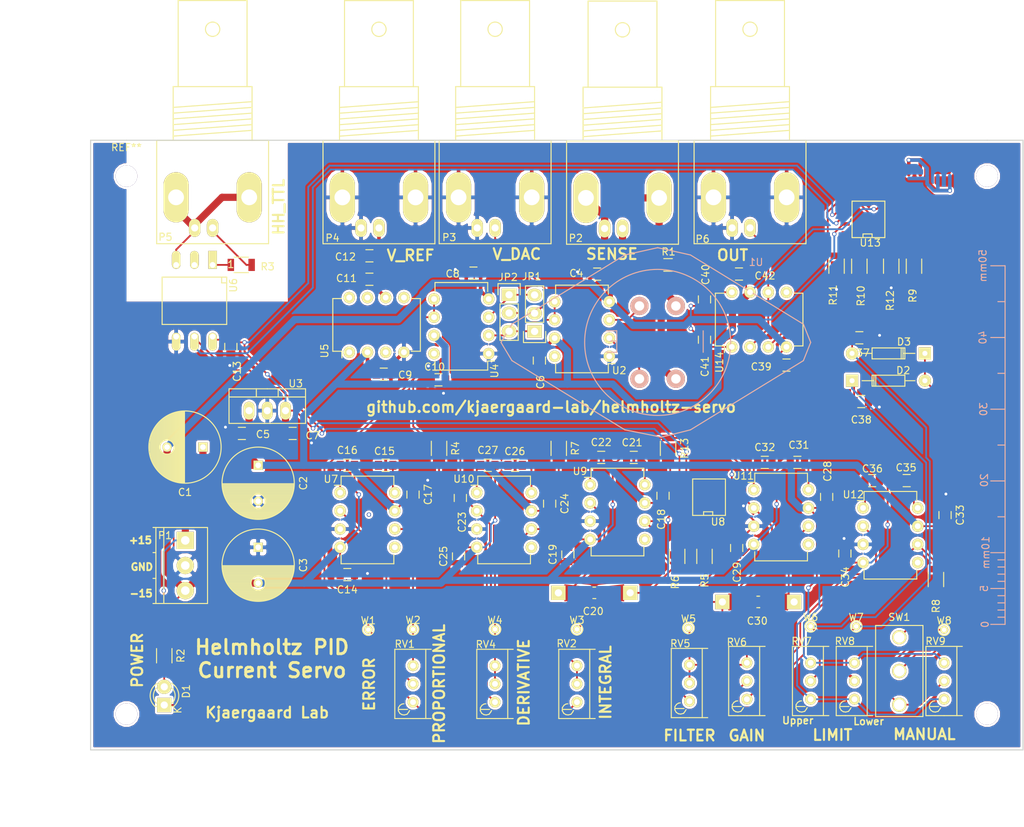
<source format=kicad_pcb>
(kicad_pcb (version 4) (host pcbnew 4.0.2+dfsg1-stable)
  (title_block (title "Helmholtz Current Servo") (company "Kjaergaard Lab, University of Otago"))
  (layers (0 F.Cu signal) (31 B.Cu signal) (34 B.Paste user) (35 F.Paste user) (36 B.SilkS user) (37 F.SilkS user) (38 B.Mask user) (39 F.Mask user) (44 Edge.Cuts user))
  (net 0 "")
  (net 1 VDD)
  (net 2 VSS)
  (net 3 GND)
  (net 4 VCC)
  (net 5 "Net-(C11-Pad1)")
  (net 6 "Net-(C15-Pad1)")
  (net 7 "Net-(C16-Pad1)")
  (net 8 "Net-(C20-Pad1)")
  (net 9 "Net-(C20-Pad2)")
  (net 10 "Net-(C21-Pad1)")
  (net 11 "Net-(C22-Pad1)")
  (net 12 "Net-(C23-Pad1)")
  (net 13 /PIDAmps/ERROR)
  (net 14 "Net-(C26-Pad1)")
  (net 15 "Net-(C27-Pad1)")
  (net 16 "Net-(C30-Pad1)")
  (net 17 /OutputConditioning/CTRL_IN)
  (net 18 "Net-(C31-Pad1)")
  (net 19 "Net-(C32-Pad1)")
  (net 20 "Net-(C35-Pad1)")
  (net 21 "Net-(C36-Pad1)")
  (net 22 /OutputConditioning/LLIMIT)
  (net 23 /OutputConditioning/ULIMIT)
  (net 24 "Net-(C40-Pad1)")
  (net 25 "Net-(C41-Pad1)")
  (net 26 "Net-(D1-Pad2)")
  (net 27 "Net-(D2-Pad2)")
  (net 28 "Net-(P2-Pad2)")
  (net 29 "Net-(P2-Pad1)")
  (net 30 "Net-(P5-Pad2)")
  (net 31 "Net-(P5-Pad1)")
  (net 32 /OutputConditioning/SIG_OUT)
  (net 33 "Net-(R3-Pad1)")
  (net 34 "Net-(R4-Pad2)")
  (net 35 "Net-(R5-Pad2)")
  (net 36 "Net-(R6-Pad2)")
  (net 37 "Net-(R7-Pad2)")
  (net 38 "Net-(R8-Pad2)")
  (net 39 "Net-(R12-Pad1)")
  (net 40 "Net-(R10-Pad2)")
  (net 41 "Net-(R10-Pad1)")
  (net 42 "Net-(RV1-Pad2)")
  (net 43 "Net-(RV6-Pad1)")
  (net 44 "Net-(RV9-Pad2)")
  (net 45 "Net-(U1-Pad3)")
  (net 46 "Net-(U1-Pad4)")
  (net 47 HH_TTL)
  (net 48 "Net-(U13-Pad1)")
  (net 49 "Net-(JP1-Pad1)")
  (net 50 "Net-(JP1-Pad2)")
  (net 51 "Net-(JP1-Pad3)")
  (net 52 "Net-(JP2-Pad2)")
  (module Potentiometers:Potentiometer_Bourns_3296W_3-8Zoll_Inline_ScrewUp (layer F.Cu) (at 144.928981 134.688477)
    (fp_text reference RV7 (at -1.265 -8.085) (layer F.SilkS))
    (fp_text value 2K)
    (pad 2 thru_hole circle (at 0 -2.54) (size 1.524 1.524) (drill 0.8128) (layers *.Cu *.Mask F.SilkS) (net 23 /OutputConditioning/ULIMIT))
    (pad 3 thru_hole circle (at 0 -5.08) (size 1.524 1.524) (drill 0.8128) (layers *.Cu *.Mask F.SilkS) (net 2 VSS))
    (pad 1 thru_hole circle (at 0 0) (size 1.524 1.524) (drill 0.8128) (layers *.Cu *.Mask F.SilkS) (net 1 VDD))
  )
  (module local:VHP4Z (layer B.Cu) (at 126.138981 79.858477 180)
    (fp_text reference U1 (at -11.176 6.096 180) (layer B.SilkS) (effects (justify mirror)))
    (fp_text value VHP4Z)
    (fp_text user I (at -3.81 -5.08 180) (layer B.SilkS) (effects (font (size 3 3)) (justify mirror)))
    (fp_text user E (at 8.89 -5.08 180) (layer B.SilkS) (effects (font (size 3 3)) (justify mirror)))
    (pad 1 thru_hole circle (at 0 0 180) (size 2.54 2.54) (drill 1.3208) (layers *.Cu *.Mask B.SilkS) (net 29 "Net-(P2-Pad1)"))
    (pad 2 thru_hole circle (at 0 -10.16 180) (size 2.54 2.54) (drill 1.3208) (layers *.Cu *.Mask B.SilkS) (net 28 "Net-(P2-Pad2)"))
    (pad 3 thru_hole circle (at 5.08 0 180) (size 2.54 2.54) (drill 1.3208) (layers *.Cu *.Mask B.SilkS) (net 45 "Net-(U1-Pad3)"))
    (pad 4 thru_hole circle (at 5.08 -10.16 180) (size 2.54 2.54) (drill 1.3208) (layers *.Cu *.Mask B.SilkS) (net 46 "Net-(U1-Pad4)"))
  )
  (module Pin_Headers:Pin_Header_Straight_1x03 (layer F.Cu) (at 106.438981 83.408477 180)
    (fp_text reference JP1 (at 0.4 7.655 180) (layer F.SilkS))
    (fp_text value JUMPER3)
    (pad 1 thru_hole rect (at 0 0 180) (size 2.032 1.7272) (drill 1.016) (layers *.Cu *.Mask F.SilkS) (net 49 "Net-(JP1-Pad1)"))
    (pad 2 thru_hole oval (at 0 2.54 180) (size 2.032 1.7272) (drill 1.016) (layers *.Cu *.Mask F.SilkS) (net 50 "Net-(JP1-Pad2)"))
    (pad 3 thru_hole oval (at 0 5.08 180) (size 2.032 1.7272) (drill 1.016) (layers *.Cu *.Mask F.SilkS) (net 51 "Net-(JP1-Pad3)"))
  )
  (module Housings_DIP:DIP-8_W7.62mm (layer F.Cu) (at 116.855981 86.874477 180)
    (fp_text reference U2 (at -1.383 -1.979 180) (layer F.SilkS))
    (fp_text value INA105)
    (pad 1 thru_hole oval (at 0 0 180) (size 1.6 1.6) (drill 0.8) (layers *.Cu *.Mask F.SilkS) (net 3 GND))
    (pad 2 thru_hole oval (at 0 2.54 180) (size 1.6 1.6) (drill 0.8) (layers *.Cu *.Mask F.SilkS) (net 46 "Net-(U1-Pad4)"))
    (pad 3 thru_hole oval (at 0 5.08 180) (size 1.6 1.6) (drill 0.8) (layers *.Cu *.Mask F.SilkS) (net 45 "Net-(U1-Pad3)"))
    (pad 4 thru_hole oval (at 0 7.62 180) (size 1.6 1.6) (drill 0.8) (layers *.Cu *.Mask F.SilkS) (net 2 VSS))
    (pad 5 thru_hole oval (at 7.62 7.62 180) (size 1.6 1.6) (drill 0.8) (layers *.Cu *.Mask F.SilkS) (net 52 "Net-(JP2-Pad2)"))
    (pad 6 thru_hole oval (at 7.62 5.08 180) (size 1.6 1.6) (drill 0.8) (layers *.Cu *.Mask F.SilkS) (net 52 "Net-(JP2-Pad2)"))
    (pad 7 thru_hole oval (at 7.62 2.54 180) (size 1.6 1.6) (drill 0.8) (layers *.Cu *.Mask F.SilkS) (net 1 VDD))
    (pad 8 thru_hole oval (at 7.62 0 180) (size 1.6 1.6) (drill 0.8) (layers *.Cu *.Mask F.SilkS))
  )
  (module SMD_Packages:SOIC-8-N (layer F.Cu) (at 152.988981 67.783477 90)
    (fp_text reference U13 (at -3.27 0.25 180) (layer F.SilkS))
    (fp_text value DG419)
    (pad 8 smd rect (at -1.905 -3.175 90) (size 0.508 1.143) (layers F.Cu F.Paste F.Mask) (net 41 "Net-(R10-Pad1)"))
    (pad 7 smd rect (at -0.635 -3.175 90) (size 0.508 1.143) (layers F.Cu F.Paste F.Mask) (net 2 VSS))
    (pad 6 smd rect (at 0.635 -3.175 90) (size 0.508 1.143) (layers F.Cu F.Paste F.Mask) (net 47 HH_TTL))
    (pad 5 smd rect (at 1.905 -3.175 90) (size 0.508 1.143) (layers F.Cu F.Paste F.Mask) (net 4 VCC))
    (pad 4 smd rect (at 1.905 3.175 90) (size 0.508 1.143) (layers F.Cu F.Paste F.Mask) (net 1 VDD))
    (pad 3 smd rect (at 0.635 3.175 90) (size 0.508 1.143) (layers F.Cu F.Paste F.Mask) (net 3 GND))
    (pad 2 smd rect (at -0.635 3.175 90) (size 0.508 1.143) (layers F.Cu F.Paste F.Mask) (net 39 "Net-(R12-Pad1)"))
    (pad 1 smd rect (at -1.905 3.175 90) (size 0.508 1.143) (layers F.Cu F.Paste F.Mask) (net 48 "Net-(U13-Pad1)"))
  )
  (module Capacitors_SMD:C_0805 (layer F.Cu) (at 115.163981 75.419477 180)
    (fp_text reference C4 (at 2.9 0.116 180) (layer F.SilkS))
    (fp_text value 100n)
    (pad 1 smd rect (at -1 0 180) (size 1 1.25) (layers F.Cu F.Paste F.Mask) (net 2 VSS))
    (pad 2 smd rect (at 1 0 180) (size 1 1.25) (layers F.Cu F.Paste F.Mask) (net 3 GND))
  )
  (module Capacitors_SMD:C_0805 (layer F.Cu) (at 65.628981 97.628477 180)
    (fp_text reference C5 (at -2.935 -0.125 180) (layer F.SilkS))
    (fp_text value 330n)
    (pad 1 smd rect (at -1 0 180) (size 1 1.25) (layers F.Cu F.Paste F.Mask) (net 1 VDD))
    (pad 2 smd rect (at 1 0 180) (size 1 1.25) (layers F.Cu F.Paste F.Mask) (net 3 GND))
  )
  (module Capacitors_SMD:C_0805 (layer F.Cu) (at 107.109981 87.472477 90)
    (fp_text reference C6 (at -3.006 0.154 90) (layer F.SilkS))
    (fp_text value 100n)
    (pad 1 smd rect (at -1 0 90) (size 1 1.25) (layers F.Cu F.Paste F.Mask) (net 3 GND))
    (pad 2 smd rect (at 1 0 90) (size 1 1.25) (layers F.Cu F.Paste F.Mask) (net 1 VDD))
  )
  (module Capacitors_SMD:C_0805 (layer F.Cu) (at 72.708981 97.628477)
    (fp_text reference C7 (at 2.78 0.3) (layer F.SilkS))
    (fp_text value 10n)
    (pad 1 smd rect (at -1 0) (size 1 1.25) (layers F.Cu F.Paste F.Mask) (net 4 VCC))
    (pad 2 smd rect (at 1 0) (size 1 1.25) (layers F.Cu F.Paste F.Mask) (net 3 GND))
  )
  (module Capacitors_SMD:C_0805 (layer F.Cu) (at 97.913981 75.278477)
    (fp_text reference C8 (at -2.9 0.095) (layer F.SilkS))
    (fp_text value 100n)
    (pad 1 smd rect (at -1 0) (size 1 1.25) (layers F.Cu F.Paste F.Mask) (net 3 GND))
    (pad 2 smd rect (at 1 0) (size 1 1.25) (layers F.Cu F.Paste F.Mask) (net 2 VSS))
  )
  (module Capacitors_SMD:C_0805 (layer F.Cu) (at 85.408981 89.373477)
    (fp_text reference C9 (at 2.98 0.105) (layer F.SilkS))
    (fp_text value 2.2u)
    (pad 1 smd rect (at -1 0) (size 1 1.25) (layers F.Cu F.Paste F.Mask) (net 1 VDD))
    (pad 2 smd rect (at 1 0) (size 1 1.25) (layers F.Cu F.Paste F.Mask) (net 3 GND))
  )
  (module Capacitors_SMD:C_0805 (layer F.Cu) (at 93.038981 90.153477)
    (fp_text reference C10 (at -0.537 -1.803) (layer F.SilkS))
    (fp_text value 100n)
    (pad 1 smd rect (at -1 0) (size 1 1.25) (layers F.Cu F.Paste F.Mask) (net 3 GND))
    (pad 2 smd rect (at 1 0) (size 1 1.25) (layers F.Cu F.Paste F.Mask) (net 1 VDD))
  )
  (module Capacitors_SMD:C_0805 (layer F.Cu) (at 83.408981 76.133477 180)
    (fp_text reference C11 (at 3.195 0.13 180) (layer F.SilkS))
    (fp_text value 2.2u)
    (pad 1 smd rect (at -1 0 180) (size 1 1.25) (layers F.Cu F.Paste F.Mask) (net 5 "Net-(C11-Pad1)"))
    (pad 2 smd rect (at 1 0 180) (size 1 1.25) (layers F.Cu F.Paste F.Mask) (net 3 GND))
  )
  (module Capacitors_SMD:C_0805 (layer F.Cu) (at 83.408981 72.863477 180)
    (fp_text reference C12 (at 3.345 -0.14 180) (layer F.SilkS))
    (fp_text value 100n)
    (pad 1 smd rect (at -1 0 180) (size 1 1.25) (layers F.Cu F.Paste F.Mask) (net 5 "Net-(C11-Pad1)"))
    (pad 2 smd rect (at 1 0 180) (size 1 1.25) (layers F.Cu F.Paste F.Mask) (net 3 GND))
  )
  (module Capacitors_SMD:C_0805 (layer F.Cu) (at 64.088981 85.563477 270)
    (fp_text reference C13 (at 3.415 -0.875 270) (layer F.SilkS))
    (fp_text value 100n)
    (pad 1 smd rect (at -1 0 270) (size 1 1.25) (layers F.Cu F.Paste F.Mask) (net 4 VCC))
    (pad 2 smd rect (at 1 0 270) (size 1 1.25) (layers F.Cu F.Paste F.Mask) (net 3 GND))
  )
  (module Capacitors_SMD:C_0805 (layer F.Cu) (at 80.328981 117.313477 180)
    (fp_text reference C14 (at 0 -2.1 180) (layer F.SilkS))
    (fp_text value 100n)
    (pad 1 smd rect (at -1 0 180) (size 1 1.25) (layers F.Cu F.Paste F.Mask) (net 3 GND))
    (pad 2 smd rect (at 1 0 180) (size 1 1.25) (layers F.Cu F.Paste F.Mask) (net 2 VSS))
  )
  (module Capacitors_SMD:C_0805 (layer F.Cu) (at 85.678981 102.073477 180)
    (fp_text reference C15 (at 0.165 1.97 180) (layer F.SilkS))
    (fp_text value 100n)
    (pad 1 smd rect (at -1 0 180) (size 1 1.25) (layers F.Cu F.Paste F.Mask) (net 6 "Net-(C15-Pad1)"))
    (pad 2 smd rect (at 1 0 180) (size 1 1.25) (layers F.Cu F.Paste F.Mask) (net 2 VSS))
  )
  (module Capacitors_SMD:C_0805 (layer F.Cu) (at 80.328981 102.073477)
    (fp_text reference C16 (at 0 -2.1) (layer F.SilkS))
    (fp_text value 100n)
    (pad 1 smd rect (at -1 0) (size 1 1.25) (layers F.Cu F.Paste F.Mask) (net 7 "Net-(C16-Pad1)"))
    (pad 2 smd rect (at 1 0) (size 1 1.25) (layers F.Cu F.Paste F.Mask) (net 2 VSS))
  )
  (module Capacitors_SMD:C_0805 (layer F.Cu) (at 89.488981 106.153477 270)
    (fp_text reference C17 (at 0 -2.1 270) (layer F.SilkS))
    (fp_text value 100n)
    (pad 1 smd rect (at -1 0 270) (size 1 1.25) (layers F.Cu F.Paste F.Mask) (net 3 GND))
    (pad 2 smd rect (at 1 0 270) (size 1 1.25) (layers F.Cu F.Paste F.Mask) (net 1 VDD))
  )
  (module Capacitors_SMD:C_0805 (layer F.Cu) (at 124.347766 106.321892 270)
    (fp_text reference C18 (at 3.281585 0.233785 270) (layer F.SilkS))
    (fp_text value 100n)
    (pad 1 smd rect (at -1 0 270) (size 1 1.25) (layers F.Cu F.Paste F.Mask) (net 3 GND))
    (pad 2 smd rect (at 1 0 270) (size 1 1.25) (layers F.Cu F.Paste F.Mask) (net 1 VDD))
  )
  (module Capacitors_SMD:C_0805 (layer F.Cu) (at 111.078981 114.503477 90)
    (fp_text reference C19 (at 0 -2.1 90) (layer F.SilkS))
    (fp_text value 100n)
    (pad 1 smd rect (at -1 0 90) (size 1 1.25) (layers F.Cu F.Paste F.Mask) (net 3 GND))
    (pad 2 smd rect (at 1 0 90) (size 1 1.25) (layers F.Cu F.Paste F.Mask) (net 2 VSS))
  )
  (module Capacitors_SMD:C_0805 (layer F.Cu) (at 120.267766 100.971892 180)
    (fp_text reference C21 (at 0.228785 2.068415 180) (layer F.SilkS))
    (fp_text value 100n)
    (pad 1 smd rect (at -1 0 180) (size 1 1.25) (layers F.Cu F.Paste F.Mask) (net 10 "Net-(C21-Pad1)"))
    (pad 2 smd rect (at 1 0 180) (size 1 1.25) (layers F.Cu F.Paste F.Mask) (net 2 VSS))
  )
  (module Capacitors_SMD:C_0805 (layer F.Cu) (at 115.727766 100.971892)
    (fp_text reference C22 (at 0 -2.1) (layer F.SilkS))
    (fp_text value 100n)
    (pad 1 smd rect (at -1 0) (size 1 1.25) (layers F.Cu F.Paste F.Mask) (net 11 "Net-(C22-Pad1)"))
    (pad 2 smd rect (at 1 0) (size 1 1.25) (layers F.Cu F.Paste F.Mask) (net 2 VSS))
  )
  (module Capacitors_SMD:C_0805 (layer F.Cu) (at 96.088981 106.628477 90)
    (fp_text reference C23 (at -3.375 0.25 90) (layer F.SilkS))
    (fp_text value 100n)
    (pad 1 smd rect (at -1 0 90) (size 1 1.25) (layers F.Cu F.Paste F.Mask) (net 12 "Net-(C23-Pad1)"))
    (pad 2 smd rect (at 1 0 90) (size 1 1.25) (layers F.Cu F.Paste F.Mask) (net 13 /PIDAmps/ERROR))
  )
  (module Capacitors_SMD:C_0805 (layer F.Cu) (at 108.538981 107.423477 270)
    (fp_text reference C24 (at 0 -2.1 270) (layer F.SilkS))
    (fp_text value 100n)
    (pad 1 smd rect (at -1 0 270) (size 1 1.25) (layers F.Cu F.Paste F.Mask) (net 3 GND))
    (pad 2 smd rect (at 1 0 270) (size 1 1.25) (layers F.Cu F.Paste F.Mask) (net 1 VDD))
  )
  (module Capacitors_SMD:C_0805 (layer F.Cu) (at 95.838981 114.773477 90)
    (fp_text reference C25 (at 0 -2.1 90) (layer F.SilkS))
    (fp_text value 100n)
    (pad 1 smd rect (at -1 0 90) (size 1 1.25) (layers F.Cu F.Paste F.Mask) (net 3 GND))
    (pad 2 smd rect (at 1 0 90) (size 1 1.25) (layers F.Cu F.Paste F.Mask) (net 2 VSS))
  )
  (module Capacitors_SMD:C_0805 (layer F.Cu) (at 103.728981 102.073477 180)
    (fp_text reference C26 (at 0.04 1.945 180) (layer F.SilkS))
    (fp_text value 100n)
    (pad 1 smd rect (at -1 0 180) (size 1 1.25) (layers F.Cu F.Paste F.Mask) (net 14 "Net-(C26-Pad1)"))
    (pad 2 smd rect (at 1 0 180) (size 1 1.25) (layers F.Cu F.Paste F.Mask) (net 2 VSS))
  )
  (module Capacitors_SMD:C_0805 (layer F.Cu) (at 99.918981 102.073477)
    (fp_text reference C27 (at 0 -2.1) (layer F.SilkS))
    (fp_text value 100n)
    (pad 1 smd rect (at -1 0) (size 1 1.25) (layers F.Cu F.Paste F.Mask) (net 15 "Net-(C27-Pad1)"))
    (pad 2 smd rect (at 1 0) (size 1 1.25) (layers F.Cu F.Paste F.Mask) (net 2 VSS))
  )
  (module Capacitors_SMD:C_0805 (layer F.Cu) (at 147.158981 106.478477 270)
    (fp_text reference C28 (at -3.575 -0.13 270) (layer F.SilkS))
    (fp_text value 100n)
    (pad 1 smd rect (at -1 0 270) (size 1 1.25) (layers F.Cu F.Paste F.Mask) (net 3 GND))
    (pad 2 smd rect (at 1 0 270) (size 1 1.25) (layers F.Cu F.Paste F.Mask) (net 1 VDD))
  )
  (module Capacitors_SMD:C_0805 (layer F.Cu) (at 134.613981 113.603477 270)
    (fp_text reference C29 (at 3.38 -0.055 270) (layer F.SilkS))
    (fp_text value 100n)
    (pad 1 smd rect (at -1 0 270) (size 1 1.25) (layers F.Cu F.Paste F.Mask) (net 3 GND))
    (pad 2 smd rect (at 1 0 270) (size 1 1.25) (layers F.Cu F.Paste F.Mask) (net 2 VSS))
  )
  (module Capacitors_SMD:C_0805 (layer F.Cu) (at 143.078981 101.668477 180)
    (fp_text reference C31 (at -0.21 2.415 180) (layer F.SilkS))
    (fp_text value 100n)
    (pad 1 smd rect (at -1 0 180) (size 1 1.25) (layers F.Cu F.Paste F.Mask) (net 18 "Net-(C31-Pad1)"))
    (pad 2 smd rect (at 1 0 180) (size 1 1.25) (layers F.Cu F.Paste F.Mask) (net 2 VSS))
  )
  (module Capacitors_SMD:C_0805 (layer F.Cu) (at 138.538981 101.668477)
    (fp_text reference C32 (at 0 -2.1) (layer F.SilkS))
    (fp_text value 100n)
    (pad 1 smd rect (at -1 0) (size 1 1.25) (layers F.Cu F.Paste F.Mask) (net 19 "Net-(C32-Pad1)"))
    (pad 2 smd rect (at 1 0) (size 1 1.25) (layers F.Cu F.Paste F.Mask) (net 2 VSS))
  )
  (module Capacitors_SMD:C_0805 (layer F.Cu) (at 163.668981 109.018477 270)
    (fp_text reference C33 (at 0 -2.1 270) (layer F.SilkS))
    (fp_text value 100n)
    (pad 1 smd rect (at -1 0 270) (size 1 1.25) (layers F.Cu F.Paste F.Mask) (net 3 GND))
    (pad 2 smd rect (at 1 0 270) (size 1 1.25) (layers F.Cu F.Paste F.Mask) (net 1 VDD))
  )
  (module Capacitors_SMD:C_0805 (layer F.Cu) (at 149.698981 114.368477 270)
    (fp_text reference C34 (at 3.285 -0.065 270) (layer F.SilkS))
    (fp_text value 100n)
    (pad 1 smd rect (at -1 0 270) (size 1 1.25) (layers F.Cu F.Paste F.Mask) (net 3 GND))
    (pad 2 smd rect (at 1 0 270) (size 1 1.25) (layers F.Cu F.Paste F.Mask) (net 2 VSS))
  )
  (module Capacitors_SMD:C_0805 (layer F.Cu) (at 158.318981 104.208477 180)
    (fp_text reference C35 (at 0.08 1.805 180) (layer F.SilkS))
    (fp_text value 100n)
    (pad 1 smd rect (at -1 0 180) (size 1 1.25) (layers F.Cu F.Paste F.Mask) (net 20 "Net-(C35-Pad1)"))
    (pad 2 smd rect (at 1 0 180) (size 1 1.25) (layers F.Cu F.Paste F.Mask) (net 2 VSS))
  )
  (module Capacitors_SMD:C_0805 (layer F.Cu) (at 153.508981 104.208477)
    (fp_text reference C36 (at 0.03 -1.655) (layer F.SilkS))
    (fp_text value 100n)
    (pad 1 smd rect (at -1 0) (size 1 1.25) (layers F.Cu F.Paste F.Mask) (net 21 "Net-(C36-Pad1)"))
    (pad 2 smd rect (at 1 0) (size 1 1.25) (layers F.Cu F.Paste F.Mask) (net 2 VSS))
  )
  (module Capacitors_SMD:C_0805 (layer F.Cu) (at 151.718981 84.293477 180)
    (fp_text reference C37 (at 0 -2.1 180) (layer F.SilkS))
    (fp_text value 100n)
    (pad 1 smd rect (at -1 0 180) (size 1 1.25) (layers F.Cu F.Paste F.Mask) (net 3 GND))
    (pad 2 smd rect (at 1 0 180) (size 1 1.25) (layers F.Cu F.Paste F.Mask) (net 22 /OutputConditioning/LLIMIT))
  )
  (module Capacitors_SMD:C_0805 (layer F.Cu) (at 151.988981 93.183477 180)
    (fp_text reference C38 (at 0 -2.54 180) (layer F.SilkS))
    (fp_text value 100n)
    (pad 1 smd rect (at -1 0 180) (size 1 1.25) (layers F.Cu F.Paste F.Mask) (net 3 GND))
    (pad 2 smd rect (at 1 0 180) (size 1 1.25) (layers F.Cu F.Paste F.Mask) (net 23 /OutputConditioning/ULIMIT))
  )
  (module Capacitors_SMD:C_0805 (layer F.Cu) (at 141.558981 88.103477)
    (fp_text reference C39 (at -3.52 0.225) (layer F.SilkS))
    (fp_text value 100n)
    (pad 1 smd rect (at -1 0) (size 1 1.25) (layers F.Cu F.Paste F.Mask) (net 2 VSS))
    (pad 2 smd rect (at 1 0) (size 1 1.25) (layers F.Cu F.Paste F.Mask) (net 3 GND))
  )
  (module Capacitors_SMD:C_0805 (layer F.Cu) (at 130.128981 78.943477 270)
    (fp_text reference C40 (at -3.465 -0.16 270) (layer F.SilkS))
    (fp_text value 100n)
    (pad 1 smd rect (at -1 0 270) (size 1 1.25) (layers F.Cu F.Paste F.Mask) (net 24 "Net-(C40-Pad1)"))
    (pad 2 smd rect (at 1 0 270) (size 1 1.25) (layers F.Cu F.Paste F.Mask) (net 2 VSS))
  )
  (module Capacitors_SMD:C_0805 (layer F.Cu) (at 130.128981 84.563477 90)
    (fp_text reference C41 (at -3.74 0.06 90) (layer F.SilkS))
    (fp_text value 100n)
    (pad 1 smd rect (at -1 0 90) (size 1 1.25) (layers F.Cu F.Paste F.Mask) (net 25 "Net-(C41-Pad1)"))
    (pad 2 smd rect (at 1 0 90) (size 1 1.25) (layers F.Cu F.Paste F.Mask) (net 2 VSS))
  )
  (module Capacitors_SMD:C_0805 (layer F.Cu) (at 134.938981 75.403477)
    (fp_text reference C42 (at 3.625 0.25) (layer F.SilkS))
    (fp_text value 100n)
    (pad 1 smd rect (at -1 0) (size 1 1.25) (layers F.Cu F.Paste F.Mask) (net 3 GND))
    (pad 2 smd rect (at 1 0) (size 1 1.25) (layers F.Cu F.Paste F.Mask) (net 1 VDD))
  )
  (module LEDs:LED-3MM (layer F.Cu) (at 54.805981 135.497477 90)
    (fp_text reference D1 (at 1.91 3.06 90) (layer F.SilkS))
    (fp_text value LED)
    (fp_text user K (at -0.706 1.883 90) (layer F.SilkS))
    (pad 1 thru_hole rect (at 0 0 180) (size 2 2) (drill 1.00076) (layers *.Cu *.Mask F.SilkS) (net 2 VSS))
    (pad 2 thru_hole circle (at 2.54 0 90) (size 2 2) (drill 1.00076) (layers *.Cu *.Mask F.SilkS) (net 26 "Net-(D1-Pad2)"))
  )
  (module Diodes_ThroughHole:Diode_DO-35_SOD27_Horizontal_RM10 (layer F.Cu) (at 150.700578 90.278834)
    (fp_text reference D2 (at 7.138403 -1.425357) (layer F.SilkS))
    (fp_text value D)
    (pad 2 thru_hole circle (at 10.16052 -0.00254 180) (size 1.69926 1.69926) (drill 0.70104) (layers *.Cu *.Mask F.SilkS) (net 27 "Net-(D2-Pad2)"))
    (pad 1 thru_hole rect (at 0.00052 -0.00254 180) (size 1.69926 1.69926) (drill 0.70104) (layers *.Cu *.Mask F.SilkS) (net 23 /OutputConditioning/ULIMIT))
  )
  (module Diodes_ThroughHole:Diode_DO-35_SOD27_Horizontal_RM10 (layer F.Cu) (at 160.861098 86.466294 180)
    (fp_text reference D3 (at 2.922117 1.612817 180) (layer F.SilkS))
    (fp_text value D)
    (pad 2 thru_hole circle (at 10.16052 -0.00254) (size 1.69926 1.69926) (drill 0.70104) (layers *.Cu *.Mask F.SilkS) (net 22 /OutputConditioning/LLIMIT))
    (pad 1 thru_hole rect (at 0.00052 -0.00254) (size 1.69926 1.69926) (drill 0.70104) (layers *.Cu *.Mask F.SilkS) (net 27 "Net-(D2-Pad2)"))
  )
  (module Terminal_Blocks:TerminalBlock_Pheonix_PT-3.5mm_3pol (layer F.Cu) (at 57.738981 112.543477 270)
    (fp_text reference P1 (at -0.69 2.825 360) (layer F.SilkS))
    (fp_text value POWER)
    (pad 2 thru_hole circle (at 3.5 0 270) (size 2.4 2.4) (drill 1.2) (layers *.Cu *.Mask F.SilkS) (net 3 GND))
    (pad 3 thru_hole circle (at 7 0 270) (size 2.4 2.4) (drill 1.2) (layers *.Cu *.Mask F.SilkS) (net 2 VSS))
    (pad 1 thru_hole rect (at 0 0 270) (size 2.4 2.4) (drill 1.2) (layers *.Cu *.Mask F.SilkS) (net 1 VDD))
  )
  (module Sockets_BNC:BNC_Socket_TYCO-AMP_LargePads (layer F.Cu) (at 118.698981 64.052217)
    (fp_text reference P2 (at -6.51 6.35126) (layer F.SilkS))
    (fp_text value SENSE)
    (pad 2 thru_hole oval (at -5.09778 0.7366) (size 3.50012 7.00024) (drill 2.19964) (layers *.Cu *.Mask F.SilkS) (net 28 "Net-(P2-Pad2)"))
    (pad 2 thru_hole oval (at 5.10032 0.7366) (size 3.50012 7.00024) (drill 2.19964) (layers *.Cu *.Mask F.SilkS) (net 28 "Net-(P2-Pad2)"))
    (pad 1 thru_hole oval (at 0 5.00126) (size 1.6002 2.49936) (drill 1.00076) (layers *.Cu *.Mask F.SilkS) (net 29 "Net-(P2-Pad1)"))
    (pad 2 thru_hole oval (at -2.49936 5.00126) (size 1.6002 2.49936) (drill 1.00076) (layers *.Cu *.Mask F.SilkS) (net 28 "Net-(P2-Pad2)"))
  )
  (module Sockets_BNC:BNC_Socket_TYCO-AMP_LargePads (layer F.Cu) (at 100.936761 63.973477)
    (fp_text reference P3 (at -6.39778 6.33 180) (layer F.SilkS))
    (fp_text value V_DAC)
    (pad 2 thru_hole oval (at -5.09778 0.7366) (size 3.50012 7.00024) (drill 2.19964) (layers *.Cu *.Mask F.SilkS) (net 3 GND))
    (pad 2 thru_hole oval (at 5.10032 0.7366) (size 3.50012 7.00024) (drill 2.19964) (layers *.Cu *.Mask F.SilkS) (net 3 GND))
    (pad 1 thru_hole oval (at 0 5.00126) (size 1.6002 2.49936) (drill 1.00076) (layers *.Cu *.Mask F.SilkS) (net 50 "Net-(JP1-Pad2)"))
    (pad 2 thru_hole oval (at -2.49936 5.00126) (size 1.6002 2.49936) (drill 1.00076) (layers *.Cu *.Mask F.SilkS) (net 3 GND))
  )
  (module Sockets_BNC:BNC_Socket_TYCO-AMP_LargePads (layer F.Cu) (at 84.739374 63.981982)
    (fp_text reference P4 (at -6.475393 6.396495 180) (layer F.SilkS))
    (fp_text value VREF)
    (pad 2 thru_hole oval (at -5.09778 0.7366) (size 3.50012 7.00024) (drill 2.19964) (layers *.Cu *.Mask F.SilkS) (net 3 GND))
    (pad 2 thru_hole oval (at 5.10032 0.7366) (size 3.50012 7.00024) (drill 2.19964) (layers *.Cu *.Mask F.SilkS) (net 3 GND))
    (pad 1 thru_hole oval (at 0 5.00126) (size 1.6002 2.49936) (drill 1.00076) (layers *.Cu *.Mask F.SilkS) (net 5 "Net-(C11-Pad1)"))
    (pad 2 thru_hole oval (at -2.49936 5.00126) (size 1.6002 2.49936) (drill 1.00076) (layers *.Cu *.Mask F.SilkS) (net 3 GND))
  )
  (module Sockets_BNC:BNC_Socket_TYCO-AMP_LargePads (layer F.Cu) (at 61.548981 63.973477)
    (fp_text reference P5 (at -6.585 6.28) (layer F.SilkS))
    (fp_text value HH_IN)
    (pad 2 thru_hole oval (at -5.09778 0.7366) (size 3.50012 7.00024) (drill 2.19964) (layers *.Cu *.Mask F.SilkS) (net 30 "Net-(P5-Pad2)"))
    (pad 2 thru_hole oval (at 5.10032 0.7366) (size 3.50012 7.00024) (drill 2.19964) (layers *.Cu *.Mask F.SilkS) (net 30 "Net-(P5-Pad2)"))
    (pad 1 thru_hole oval (at 0 5.00126) (size 1.6002 2.49936) (drill 1.00076) (layers *.Cu *.Mask F.SilkS) (net 31 "Net-(P5-Pad1)"))
    (pad 2 thru_hole oval (at -2.49936 5.00126) (size 1.6002 2.49936) (drill 1.00076) (layers *.Cu *.Mask F.SilkS) (net 30 "Net-(P5-Pad2)"))
  )
  (module Sockets_BNC:BNC_Socket_TYCO-AMP_LargePads (layer F.Cu) (at 136.478981 63.973477)
    (fp_text reference P6 (at -6.615 6.555 180) (layer F.SilkS))
    (fp_text value OUT)
    (pad 2 thru_hole oval (at -5.09778 0.7366) (size 3.50012 7.00024) (drill 2.19964) (layers *.Cu *.Mask F.SilkS) (net 3 GND))
    (pad 2 thru_hole oval (at 5.10032 0.7366) (size 3.50012 7.00024) (drill 2.19964) (layers *.Cu *.Mask F.SilkS) (net 3 GND))
    (pad 1 thru_hole oval (at 0 5.00126) (size 1.6002 2.49936) (drill 1.00076) (layers *.Cu *.Mask F.SilkS) (net 32 /OutputConditioning/SIG_OUT))
    (pad 2 thru_hole oval (at -2.49936 5.00126) (size 1.6002 2.49936) (drill 1.00076) (layers *.Cu *.Mask F.SilkS) (net 3 GND))
  )
  (module Resistors_SMD:R_0805 (layer F.Cu) (at 125.048981 74.133477)
    (fp_text reference R1 (at 0.065 -1.83) (layer F.SilkS))
    (fp_text value 0R)
    (pad 1 smd rect (at -0.95 0) (size 0.7 1.3) (layers F.Cu F.Paste F.Mask) (net 28 "Net-(P2-Pad2)"))
    (pad 2 smd rect (at 0.95 0) (size 0.7 1.3) (layers F.Cu F.Paste F.Mask) (net 3 GND))
  )
  (module Resistors_SMD:R_1206 (layer F.Cu) (at 54.805981 128.624477 270)
    (fp_text reference R2 (at 0 -2.3 270) (layer F.SilkS))
    (fp_text value 1K2)
    (pad 1 smd rect (at -1.45 0 270) (size 0.9 1.7) (layers F.Cu F.Paste F.Mask) (net 1 VDD))
    (pad 2 smd rect (at 1.45 0 270) (size 0.9 1.7) (layers F.Cu F.Paste F.Mask) (net 26 "Net-(D1-Pad2)"))
  )
  (module Resistors_SMD:R_1206 (layer F.Cu) (at 65.538981 74.133477)
    (fp_text reference R3 (at 3.675 0.245) (layer F.SilkS))
    (fp_text value 330)
    (pad 1 smd rect (at -1.45 0) (size 0.9 1.7) (layers F.Cu F.Paste F.Mask) (net 33 "Net-(R3-Pad1)"))
    (pad 2 smd rect (at 1.45 0) (size 0.9 1.7) (layers F.Cu F.Paste F.Mask) (net 31 "Net-(P5-Pad1)"))
  )
  (module Resistors_SMD:R_1206 (layer F.Cu) (at 93.118981 99.713477 270)
    (fp_text reference R4 (at 0 -2.3 270) (layer F.SilkS))
    (fp_text value 10K)
    (pad 1 smd rect (at -1.45 0 270) (size 0.9 1.7) (layers F.Cu F.Paste F.Mask) (net 17 /OutputConditioning/CTRL_IN))
    (pad 2 smd rect (at 1.45 0 270) (size 0.9 1.7) (layers F.Cu F.Paste F.Mask) (net 34 "Net-(R4-Pad2)"))
  )
  (module Resistors_SMD:R_1206 (layer F.Cu) (at 130.128981 114.773477 90)
    (fp_text reference R5 (at -3.38 0.035 90) (layer F.SilkS))
    (fp_text value DNP)
    (pad 1 smd rect (at -1.45 0 90) (size 0.9 1.7) (layers F.Cu F.Paste F.Mask) (net 8 "Net-(C20-Pad1)"))
    (pad 2 smd rect (at 1.45 0 90) (size 0.9 1.7) (layers F.Cu F.Paste F.Mask) (net 35 "Net-(R5-Pad2)"))
  )
  (module Resistors_SMD:R_1206 (layer F.Cu) (at 126.318981 114.773477 90)
    (fp_text reference R6 (at -3.605 -0.28 90) (layer F.SilkS))
    (fp_text value 3K3)
    (pad 1 smd rect (at -1.45 0 90) (size 0.9 1.7) (layers F.Cu F.Paste F.Mask) (net 8 "Net-(C20-Pad1)"))
    (pad 2 smd rect (at 1.45 0 90) (size 0.9 1.7) (layers F.Cu F.Paste F.Mask) (net 36 "Net-(R6-Pad2)"))
  )
  (module Resistors_SMD:R_1206 (layer F.Cu) (at 109.808981 99.713477 270)
    (fp_text reference R7 (at 0 -2.3 270) (layer F.SilkS))
    (fp_text value 10K)
    (pad 1 smd rect (at -1.45 0 270) (size 0.9 1.7) (layers F.Cu F.Paste F.Mask) (net 17 /OutputConditioning/CTRL_IN))
    (pad 2 smd rect (at 1.45 0 270) (size 0.9 1.7) (layers F.Cu F.Paste F.Mask) (net 37 "Net-(R7-Pad2)"))
  )
  (module Resistors_SMD:R_1206 (layer F.Cu) (at 162.398981 117.998477 90)
    (fp_text reference R8 (at -3.705 0.015 90) (layer F.SilkS))
    (fp_text value 51K)
    (pad 1 smd rect (at -1.45 0 90) (size 0.9 1.7) (layers F.Cu F.Paste F.Mask) (net 27 "Net-(D2-Pad2)"))
    (pad 2 smd rect (at 1.45 0 90) (size 0.9 1.7) (layers F.Cu F.Paste F.Mask) (net 38 "Net-(R8-Pad2)"))
  )
  (module Resistors_SMD:R_1206 (layer F.Cu) (at 159.338981 74.313477 270)
    (fp_text reference R9 (at 4.115 0.175 270) (layer F.SilkS))
    (fp_text value 50)
    (pad 1 smd rect (at -1.45 0 270) (size 0.9 1.7) (layers F.Cu F.Paste F.Mask) (net 39 "Net-(R12-Pad1)"))
    (pad 2 smd rect (at 1.45 0 270) (size 0.9 1.7) (layers F.Cu F.Paste F.Mask) (net 40 "Net-(R10-Pad2)"))
  )
  (module Resistors_SMD:R_1206 (layer F.Cu) (at 151.718981 74.313477 270)
    (fp_text reference R10 (at 4.14 -0.22 270) (layer F.SilkS))
    (fp_text value DNP)
    (pad 1 smd rect (at -1.45 0 270) (size 0.9 1.7) (layers F.Cu F.Paste F.Mask) (net 41 "Net-(R10-Pad1)"))
    (pad 2 smd rect (at 1.45 0 270) (size 0.9 1.7) (layers F.Cu F.Paste F.Mask) (net 40 "Net-(R10-Pad2)"))
  )
  (module Resistors_SMD:R_1206 (layer F.Cu) (at 148.543981 74.313477 270)
    (fp_text reference R11 (at 4.015 0.48 270) (layer F.SilkS))
    (fp_text value 50)
    (pad 1 smd rect (at -1.45 0 270) (size 0.9 1.7) (layers F.Cu F.Paste F.Mask) (net 41 "Net-(R10-Pad1)"))
    (pad 2 smd rect (at 1.45 0 270) (size 0.9 1.7) (layers F.Cu F.Paste F.Mask) (net 3 GND))
  )
  (module Resistors_SMD:R_1206 (layer F.Cu) (at 156.163981 74.313477 270)
    (fp_text reference R12 (at 4.79 0.15 270) (layer F.SilkS))
    (fp_text value DNP)
    (pad 1 smd rect (at -1.45 0 270) (size 0.9 1.7) (layers F.Cu F.Paste F.Mask) (net 39 "Net-(R12-Pad1)"))
    (pad 2 smd rect (at 1.45 0 270) (size 0.9 1.7) (layers F.Cu F.Paste F.Mask) (net 3 GND))
  )
  (module Potentiometers:Potentiometer_Bourns_3296W_3-8Zoll_Inline_ScrewUp (layer F.Cu) (at 89.488981 135.093477)
    (fp_text reference RV1 (at -1.15 -8.09 180) (layer F.SilkS))
    (fp_text value 10K)
    (pad 2 thru_hole circle (at 0 -2.54) (size 1.524 1.524) (drill 0.8128) (layers *.Cu *.Mask F.SilkS) (net 42 "Net-(RV1-Pad2)"))
    (pad 3 thru_hole circle (at 0 -5.08) (size 1.524 1.524) (drill 0.8128) (layers *.Cu *.Mask F.SilkS) (net 34 "Net-(R4-Pad2)"))
    (pad 1 thru_hole circle (at 0 0) (size 1.524 1.524) (drill 0.8128) (layers *.Cu *.Mask F.SilkS) (net 13 /PIDAmps/ERROR))
  )
  (module Potentiometers:Potentiometer_Bourns_3296W_3-8Zoll_Inline_ScrewUp (layer F.Cu) (at 112.348981 135.093477)
    (fp_text reference RV2 (at -1.435 -8.165) (layer F.SilkS))
    (fp_text value 10K)
    (pad 2 thru_hole circle (at 0 -2.54) (size 1.524 1.524) (drill 0.8128) (layers *.Cu *.Mask F.SilkS) (net 9 "Net-(C20-Pad2)"))
    (pad 3 thru_hole circle (at 0 -5.08) (size 1.524 1.524) (drill 0.8128) (layers *.Cu *.Mask F.SilkS) (net 9 "Net-(C20-Pad2)"))
    (pad 1 thru_hole circle (at 0 0) (size 1.524 1.524) (drill 0.8128) (layers *.Cu *.Mask F.SilkS) (net 13 /PIDAmps/ERROR))
  )
  (module Potentiometers:Potentiometer_Bourns_3296W_3-8Zoll_Inline_ScrewUp (layer F.Cu) (at 100.918981 135.093477)
    (fp_text reference RV4 (at -1.28 -8.04 180) (layer F.SilkS))
    (fp_text value 10K)
    (pad 2 thru_hole circle (at 0 -2.54) (size 1.524 1.524) (drill 0.8128) (layers *.Cu *.Mask F.SilkS) (net 37 "Net-(R7-Pad2)"))
    (pad 3 thru_hole circle (at 0 -5.08) (size 1.524 1.524) (drill 0.8128) (layers *.Cu *.Mask F.SilkS) (net 37 "Net-(R7-Pad2)"))
    (pad 1 thru_hole circle (at 0 0) (size 1.524 1.524) (drill 0.8128) (layers *.Cu *.Mask F.SilkS) (net 12 "Net-(C23-Pad1)"))
  )
  (module Potentiometers:Potentiometer_Bourns_3296W_3-8Zoll_Inline_ScrewUp (layer F.Cu) (at 128.038981 134.968477)
    (fp_text reference RV5 (at -1.285 -8.035) (layer F.SilkS))
    (fp_text value 10K)
    (pad 2 thru_hole circle (at 0 -2.54) (size 1.524 1.524) (drill 0.8128) (layers *.Cu *.Mask F.SilkS) (net 16 "Net-(C30-Pad1)"))
    (pad 3 thru_hole circle (at 0 -5.08) (size 1.524 1.524) (drill 0.8128) (layers *.Cu *.Mask F.SilkS) (net 16 "Net-(C30-Pad1)"))
    (pad 1 thru_hole circle (at 0 0) (size 1.524 1.524) (drill 0.8128) (layers *.Cu *.Mask F.SilkS) (net 17 /OutputConditioning/CTRL_IN))
  )
  (module Potentiometers:Potentiometer_Bourns_3296W_3-8Zoll_Inline_ScrewUp (layer F.Cu) (at 136.038981 134.688477)
    (fp_text reference RV6 (at -1.4 -7.96) (layer F.SilkS))
    (fp_text value 100K)
    (pad 2 thru_hole circle (at 0 -2.54) (size 1.524 1.524) (drill 0.8128) (layers *.Cu *.Mask F.SilkS) (net 38 "Net-(R8-Pad2)"))
    (pad 3 thru_hole circle (at 0 -5.08) (size 1.524 1.524) (drill 0.8128) (layers *.Cu *.Mask F.SilkS) (net 16 "Net-(C30-Pad1)"))
    (pad 1 thru_hole circle (at 0 0) (size 1.524 1.524) (drill 0.8128) (layers *.Cu *.Mask F.SilkS) (net 43 "Net-(RV6-Pad1)"))
  )
  (module Potentiometers:Potentiometer_Bourns_3296W_3-8Zoll_Inline_ScrewUp (layer F.Cu) (at 151.038981 134.688477)
    (fp_text reference RV8 (at -1.34 -8.085) (layer F.SilkS))
    (fp_text value 2K)
    (pad 2 thru_hole circle (at 0 -2.54) (size 1.524 1.524) (drill 0.8128) (layers *.Cu *.Mask F.SilkS) (net 22 /OutputConditioning/LLIMIT))
    (pad 3 thru_hole circle (at 0 -5.08) (size 1.524 1.524) (drill 0.8128) (layers *.Cu *.Mask F.SilkS) (net 2 VSS))
    (pad 1 thru_hole circle (at 0 0) (size 1.524 1.524) (drill 0.8128) (layers *.Cu *.Mask F.SilkS) (net 1 VDD))
  )
  (module Potentiometers:Potentiometer_Bourns_3296W_3-8Zoll_Inline_ScrewUp (layer F.Cu) (at 163.538981 134.688477)
    (fp_text reference RV9 (at -1.195 -8.085) (layer F.SilkS))
    (fp_text value 10K)
    (pad 2 thru_hole circle (at 0 -2.54) (size 1.524 1.524) (drill 0.8128) (layers *.Cu *.Mask F.SilkS) (net 44 "Net-(RV9-Pad2)"))
    (pad 3 thru_hole circle (at 0 -5.08) (size 1.524 1.524) (drill 0.8128) (layers *.Cu *.Mask F.SilkS) (net 2 VSS))
    (pad 1 thru_hole circle (at 0 0) (size 1.524 1.524) (drill 0.8128) (layers *.Cu *.Mask F.SilkS) (net 1 VDD))
  )
  (module TO_SOT_Packages_THT:TO-220_Neutral123_Vertical (layer F.Cu) (at 69.168981 94.453477)
    (fp_text reference U3 (at 3.97 -3.775) (layer F.SilkS))
    (fp_text value 78L05)
    (pad 2 thru_hole oval (at 0 0 90) (size 2.49936 1.50114) (drill 1.00076) (layers *.Cu *.Mask F.SilkS) (net 3 GND))
    (pad 1 thru_hole oval (at -2.54 0 90) (size 2.49936 1.50114) (drill 1.00076) (layers *.Cu *.Mask F.SilkS) (net 1 VDD))
    (pad 3 thru_hole oval (at 2.54 0 90) (size 2.49936 1.50114) (drill 1.00076) (layers *.Cu *.Mask F.SilkS) (net 4 VCC))
  )
  (module Housings_DIP:DIP-8_W7.62mm (layer F.Cu) (at 100.038981 86.503477 180)
    (fp_text reference U4 (at -0.82 -2.41 270) (layer F.SilkS))
    (fp_text value INA105)
    (pad 1 thru_hole oval (at 0 0 180) (size 1.6 1.6) (drill 0.8) (layers *.Cu *.Mask F.SilkS) (net 3 GND))
    (pad 2 thru_hole oval (at 0 2.54 180) (size 1.6 1.6) (drill 0.8) (layers *.Cu *.Mask F.SilkS) (net 49 "Net-(JP1-Pad1)"))
    (pad 3 thru_hole oval (at 0 5.08 180) (size 1.6 1.6) (drill 0.8) (layers *.Cu *.Mask F.SilkS) (net 51 "Net-(JP1-Pad3)"))
    (pad 4 thru_hole oval (at 0 7.62 180) (size 1.6 1.6) (drill 0.8) (layers *.Cu *.Mask F.SilkS) (net 2 VSS))
    (pad 5 thru_hole oval (at 7.62 7.62 180) (size 1.6 1.6) (drill 0.8) (layers *.Cu *.Mask F.SilkS) (net 13 /PIDAmps/ERROR))
    (pad 6 thru_hole oval (at 7.62 5.08 180) (size 1.6 1.6) (drill 0.8) (layers *.Cu *.Mask F.SilkS) (net 13 /PIDAmps/ERROR))
    (pad 7 thru_hole oval (at 7.62 2.54 180) (size 1.6 1.6) (drill 0.8) (layers *.Cu *.Mask F.SilkS) (net 1 VDD))
    (pad 8 thru_hole oval (at 7.62 0 180) (size 1.6 1.6) (drill 0.8) (layers *.Cu *.Mask F.SilkS))
  )
  (module Opto-Devices:Optocoupler_6pin_wide_Stile-I (layer F.Cu) (at 59.008981 79.134737 180)
    (fp_text reference U6 (at -5.43 2.15626 450) (layer F.SilkS))
    (fp_text value TLP116A)
    (fp_text user 1 (at -5.08 5.08 180) (layer F.SilkS))
    (pad 1 thru_hole rect (at -2.54 5.00126 180) (size 1.19888 2.49936) (drill 0.8001 (offset 0 0.70104)) (layers *.Cu *.Mask F.SilkS) (net 33 "Net-(R3-Pad1)"))
    (pad 2 thru_hole oval (at 0 5.00126 180) (size 1.19888 2.49936) (drill 0.8001 (offset 0 0.70104)) (layers *.Cu *.Mask F.SilkS))
    (pad 3 thru_hole oval (at 2.54 5.00126 180) (size 1.19888 2.49936) (drill 0.8001 (offset 0 0.70104)) (layers *.Cu *.Mask F.SilkS) (net 30 "Net-(P5-Pad2)"))
    (pad 4 thru_hole oval (at 2.54 -4.99872 180) (size 1.19888 2.49936) (drill 0.8001 (offset 0 -0.70104)) (layers *.Cu *.Mask F.SilkS) (net 3 GND))
    (pad 5 thru_hole oval (at 0 -4.99872 180) (size 1.19888 2.49936) (drill 0.8001 (offset 0 -0.70104)) (layers *.Cu *.Mask F.SilkS) (net 47 HH_TTL))
    (pad 6 thru_hole oval (at -2.54 -4.99872 180) (size 1.19888 2.49936) (drill 0.8001 (offset 0 -0.70104)) (layers *.Cu *.Mask F.SilkS) (net 4 VCC))
  )
  (module Housings_DIP:DIP-8_W7.62mm (layer F.Cu) (at 79.328981 105.883477)
    (fp_text reference U7 (at -1.29 -1.88) (layer F.SilkS))
    (fp_text value TC7650)
    (pad 1 thru_hole oval (at 0 0) (size 1.6 1.6) (drill 0.8) (layers *.Cu *.Mask F.SilkS) (net 7 "Net-(C16-Pad1)"))
    (pad 2 thru_hole oval (at 0 2.54) (size 1.6 1.6) (drill 0.8) (layers *.Cu *.Mask F.SilkS) (net 42 "Net-(RV1-Pad2)"))
    (pad 3 thru_hole oval (at 0 5.08) (size 1.6 1.6) (drill 0.8) (layers *.Cu *.Mask F.SilkS) (net 3 GND))
    (pad 4 thru_hole oval (at 0 7.62) (size 1.6 1.6) (drill 0.8) (layers *.Cu *.Mask F.SilkS) (net 2 VSS))
    (pad 5 thru_hole oval (at 7.62 7.62) (size 1.6 1.6) (drill 0.8) (layers *.Cu *.Mask F.SilkS))
    (pad 6 thru_hole oval (at 7.62 5.08) (size 1.6 1.6) (drill 0.8) (layers *.Cu *.Mask F.SilkS) (net 34 "Net-(R4-Pad2)"))
    (pad 7 thru_hole oval (at 7.62 2.54) (size 1.6 1.6) (drill 0.8) (layers *.Cu *.Mask F.SilkS) (net 1 VDD))
    (pad 8 thru_hole oval (at 7.62 0) (size 1.6 1.6) (drill 0.8) (layers *.Cu *.Mask F.SilkS) (net 6 "Net-(C15-Pad1)"))
  )
  (module SMD_Packages:SOIC-8-N (layer F.Cu) (at 130.763981 106.518477 90)
    (fp_text reference U8 (at -3.435 1.25 180) (layer F.SilkS))
    (fp_text value DG419)
    (pad 8 smd rect (at -1.905 -3.175 90) (size 0.508 1.143) (layers F.Cu F.Paste F.Mask) (net 36 "Net-(R6-Pad2)"))
    (pad 7 smd rect (at -0.635 -3.175 90) (size 0.508 1.143) (layers F.Cu F.Paste F.Mask) (net 2 VSS))
    (pad 6 smd rect (at 0.635 -3.175 90) (size 0.508 1.143) (layers F.Cu F.Paste F.Mask) (net 47 HH_TTL))
    (pad 5 smd rect (at 1.905 -3.175 90) (size 0.508 1.143) (layers F.Cu F.Paste F.Mask) (net 4 VCC))
    (pad 4 smd rect (at 1.905 3.175 90) (size 0.508 1.143) (layers F.Cu F.Paste F.Mask) (net 1 VDD))
    (pad 3 smd rect (at 0.635 3.175 90) (size 0.508 1.143) (layers F.Cu F.Paste F.Mask) (net 3 GND))
    (pad 2 smd rect (at -0.635 3.175 90) (size 0.508 1.143) (layers F.Cu F.Paste F.Mask) (net 35 "Net-(R5-Pad2)"))
    (pad 1 smd rect (at -1.905 3.175 90) (size 0.508 1.143) (layers F.Cu F.Paste F.Mask) (net 9 "Net-(C20-Pad2)"))
  )
  (module Housings_DIP:DIP-8_W7.62mm (layer F.Cu) (at 114.187766 104.781892)
    (fp_text reference U9 (at -1.423785 -1.878415) (layer F.SilkS))
    (fp_text value TC7650)
    (pad 1 thru_hole oval (at 0 0) (size 1.6 1.6) (drill 0.8) (layers *.Cu *.Mask F.SilkS) (net 11 "Net-(C22-Pad1)"))
    (pad 2 thru_hole oval (at 0 2.54) (size 1.6 1.6) (drill 0.8) (layers *.Cu *.Mask F.SilkS) (net 9 "Net-(C20-Pad2)"))
    (pad 3 thru_hole oval (at 0 5.08) (size 1.6 1.6) (drill 0.8) (layers *.Cu *.Mask F.SilkS) (net 3 GND))
    (pad 4 thru_hole oval (at 0 7.62) (size 1.6 1.6) (drill 0.8) (layers *.Cu *.Mask F.SilkS) (net 2 VSS))
    (pad 5 thru_hole oval (at 7.62 7.62) (size 1.6 1.6) (drill 0.8) (layers *.Cu *.Mask F.SilkS))
    (pad 6 thru_hole oval (at 7.62 5.08) (size 1.6 1.6) (drill 0.8) (layers *.Cu *.Mask F.SilkS) (net 8 "Net-(C20-Pad1)"))
    (pad 7 thru_hole oval (at 7.62 2.54) (size 1.6 1.6) (drill 0.8) (layers *.Cu *.Mask F.SilkS) (net 1 VDD))
    (pad 8 thru_hole oval (at 7.62 0) (size 1.6 1.6) (drill 0.8) (layers *.Cu *.Mask F.SilkS) (net 10 "Net-(C21-Pad1)"))
  )
  (module Housings_DIP:DIP-8_W7.62mm (layer F.Cu) (at 98.378981 105.883477)
    (fp_text reference U10 (at -1.79 -1.905) (layer F.SilkS))
    (fp_text value TC7650)
    (pad 1 thru_hole oval (at 0 0) (size 1.6 1.6) (drill 0.8) (layers *.Cu *.Mask F.SilkS) (net 15 "Net-(C27-Pad1)"))
    (pad 2 thru_hole oval (at 0 2.54) (size 1.6 1.6) (drill 0.8) (layers *.Cu *.Mask F.SilkS) (net 12 "Net-(C23-Pad1)"))
    (pad 3 thru_hole oval (at 0 5.08) (size 1.6 1.6) (drill 0.8) (layers *.Cu *.Mask F.SilkS) (net 3 GND))
    (pad 4 thru_hole oval (at 0 7.62) (size 1.6 1.6) (drill 0.8) (layers *.Cu *.Mask F.SilkS) (net 2 VSS))
    (pad 5 thru_hole oval (at 7.62 7.62) (size 1.6 1.6) (drill 0.8) (layers *.Cu *.Mask F.SilkS))
    (pad 6 thru_hole oval (at 7.62 5.08) (size 1.6 1.6) (drill 0.8) (layers *.Cu *.Mask F.SilkS) (net 37 "Net-(R7-Pad2)"))
    (pad 7 thru_hole oval (at 7.62 2.54) (size 1.6 1.6) (drill 0.8) (layers *.Cu *.Mask F.SilkS) (net 1 VDD))
    (pad 8 thru_hole oval (at 7.62 0) (size 1.6 1.6) (drill 0.8) (layers *.Cu *.Mask F.SilkS) (net 14 "Net-(C26-Pad1)"))
  )
  (module Housings_DIP:DIP-8_W7.62mm (layer F.Cu) (at 136.998981 105.478477)
    (fp_text reference U11 (at -1.435 -1.925) (layer F.SilkS))
    (fp_text value TC7650)
    (pad 1 thru_hole oval (at 0 0) (size 1.6 1.6) (drill 0.8) (layers *.Cu *.Mask F.SilkS) (net 19 "Net-(C32-Pad1)"))
    (pad 2 thru_hole oval (at 0 2.54) (size 1.6 1.6) (drill 0.8) (layers *.Cu *.Mask F.SilkS) (net 17 /OutputConditioning/CTRL_IN))
    (pad 3 thru_hole oval (at 0 5.08) (size 1.6 1.6) (drill 0.8) (layers *.Cu *.Mask F.SilkS) (net 3 GND))
    (pad 4 thru_hole oval (at 0 7.62) (size 1.6 1.6) (drill 0.8) (layers *.Cu *.Mask F.SilkS) (net 2 VSS))
    (pad 5 thru_hole oval (at 7.62 7.62) (size 1.6 1.6) (drill 0.8) (layers *.Cu *.Mask F.SilkS))
    (pad 6 thru_hole oval (at 7.62 5.08) (size 1.6 1.6) (drill 0.8) (layers *.Cu *.Mask F.SilkS) (net 16 "Net-(C30-Pad1)"))
    (pad 7 thru_hole oval (at 7.62 2.54) (size 1.6 1.6) (drill 0.8) (layers *.Cu *.Mask F.SilkS) (net 1 VDD))
    (pad 8 thru_hole oval (at 7.62 0) (size 1.6 1.6) (drill 0.8) (layers *.Cu *.Mask F.SilkS) (net 18 "Net-(C31-Pad1)"))
  )
  (module Housings_DIP:DIP-8_W7.62mm (layer F.Cu) (at 152.238981 108.018477)
    (fp_text reference U12 (at -1.35 -1.865) (layer F.SilkS))
    (fp_text value TC7650)
    (pad 1 thru_hole oval (at 0 0) (size 1.6 1.6) (drill 0.8) (layers *.Cu *.Mask F.SilkS) (net 21 "Net-(C36-Pad1)"))
    (pad 2 thru_hole oval (at 0 2.54) (size 1.6 1.6) (drill 0.8) (layers *.Cu *.Mask F.SilkS) (net 43 "Net-(RV6-Pad1)"))
    (pad 3 thru_hole oval (at 0 5.08) (size 1.6 1.6) (drill 0.8) (layers *.Cu *.Mask F.SilkS) (net 3 GND))
    (pad 4 thru_hole oval (at 0 7.62) (size 1.6 1.6) (drill 0.8) (layers *.Cu *.Mask F.SilkS) (net 2 VSS))
    (pad 5 thru_hole oval (at 7.62 7.62) (size 1.6 1.6) (drill 0.8) (layers *.Cu *.Mask F.SilkS))
    (pad 6 thru_hole oval (at 7.62 5.08) (size 1.6 1.6) (drill 0.8) (layers *.Cu *.Mask F.SilkS) (net 38 "Net-(R8-Pad2)"))
    (pad 7 thru_hole oval (at 7.62 2.54) (size 1.6 1.6) (drill 0.8) (layers *.Cu *.Mask F.SilkS) (net 1 VDD))
    (pad 8 thru_hole oval (at 7.62 0) (size 1.6 1.6) (drill 0.8) (layers *.Cu *.Mask F.SilkS) (net 20 "Net-(C35-Pad1)"))
  )
  (module Housings_DIP:DIP-8_W7.62mm (layer F.Cu) (at 133.938981 85.563477 90)
    (fp_text reference U14 (at -2.14 -1.725 90) (layer F.SilkS))
    (fp_text value TC7650)
    (pad 1 thru_hole oval (at 0 0 90) (size 1.6 1.6) (drill 0.8) (layers *.Cu *.Mask F.SilkS) (net 25 "Net-(C41-Pad1)"))
    (pad 2 thru_hole oval (at 0 2.54 90) (size 1.6 1.6) (drill 0.8) (layers *.Cu *.Mask F.SilkS) (net 32 /OutputConditioning/SIG_OUT))
    (pad 3 thru_hole oval (at 0 5.08 90) (size 1.6 1.6) (drill 0.8) (layers *.Cu *.Mask F.SilkS) (net 48 "Net-(U13-Pad1)"))
    (pad 4 thru_hole oval (at 0 7.62 90) (size 1.6 1.6) (drill 0.8) (layers *.Cu *.Mask F.SilkS) (net 2 VSS))
    (pad 5 thru_hole oval (at 7.62 7.62 90) (size 1.6 1.6) (drill 0.8) (layers *.Cu *.Mask F.SilkS))
    (pad 6 thru_hole oval (at 7.62 5.08 90) (size 1.6 1.6) (drill 0.8) (layers *.Cu *.Mask F.SilkS) (net 32 /OutputConditioning/SIG_OUT))
    (pad 7 thru_hole oval (at 7.62 2.54 90) (size 1.6 1.6) (drill 0.8) (layers *.Cu *.Mask F.SilkS) (net 1 VDD))
    (pad 8 thru_hole oval (at 7.62 0 90) (size 1.6 1.6) (drill 0.8) (layers *.Cu *.Mask F.SilkS) (net 24 "Net-(C40-Pad1)"))
  )
  (module Connect:PINTST (layer F.Cu) (at 83.253981 124.983477)
    (fp_text reference W1 (at 0 -1.26746) (layer F.SilkS))
    (fp_text value ERROR)
    (pad 1 thru_hole circle (at 0 0) (size 1.143 1.143) (drill 0.635) (layers *.Cu *.Mask F.SilkS) (net 13 /PIDAmps/ERROR))
  )
  (module Connect:PINTST (layer F.Cu) (at 89.488981 124.933477)
    (fp_text reference W2 (at 0 -1.26746) (layer F.SilkS))
    (fp_text value PROP)
    (pad 1 thru_hole circle (at 0 0) (size 1.143 1.143) (drill 0.635) (layers *.Cu *.Mask F.SilkS) (net 34 "Net-(R4-Pad2)"))
  )
  (module Connect:PINTST (layer F.Cu) (at 112.348981 124.933477)
    (fp_text reference W3 (at 0 -1.26746) (layer F.SilkS))
    (fp_text value INT)
    (pad 1 thru_hole circle (at 0 0) (size 1.143 1.143) (drill 0.635) (layers *.Cu *.Mask F.SilkS) (net 8 "Net-(C20-Pad1)"))
  )
  (module Connect:PINTST (layer F.Cu) (at 100.918981 124.933477)
    (fp_text reference W4 (at 0 -1.26746) (layer F.SilkS))
    (fp_text value DERIV)
    (pad 1 thru_hole circle (at 0 0) (size 1.143 1.143) (drill 0.635) (layers *.Cu *.Mask F.SilkS) (net 37 "Net-(R7-Pad2)"))
  )
  (module Connect:PINTST (layer F.Cu) (at 127.898981 124.753477)
    (fp_text reference W5 (at 0 -1.26746) (layer F.SilkS))
    (fp_text value FILTER)
    (pad 1 thru_hole circle (at 0 0) (size 1.143 1.143) (drill 0.635) (layers *.Cu *.Mask F.SilkS) (net 16 "Net-(C30-Pad1)"))
  )
  (module Connect:PINTST (layer F.Cu) (at 144.928981 124.528477)
    (fp_text reference W6 (at 0 -1.26746) (layer F.SilkS))
    (fp_text value ULIM)
    (pad 1 thru_hole circle (at 0 0) (size 1.143 1.143) (drill 0.635) (layers *.Cu *.Mask F.SilkS) (net 23 /OutputConditioning/ULIMIT))
  )
  (module Connect:PINTST (layer F.Cu) (at 151.278981 124.528477)
    (fp_text reference W7 (at 0 -1.26746) (layer F.SilkS))
    (fp_text value LLIM)
    (pad 1 thru_hole circle (at 0 0) (size 1.143 1.143) (drill 0.635) (layers *.Cu *.Mask F.SilkS) (net 22 /OutputConditioning/LLIMIT))
  )
  (module Housings_DIP:DIP-8_W7.62mm (layer F.Cu) (at 80.598981 86.308582 90)
    (fp_text reference U5 (at 0.180105 -3.435 90) (layer F.SilkS))
    (fp_text value MAX6350)
    (pad 1 thru_hole oval (at 0 0 90) (size 1.6 1.6) (drill 0.8) (layers *.Cu *.Mask F.SilkS))
    (pad 2 thru_hole oval (at 0 2.54 90) (size 1.6 1.6) (drill 0.8) (layers *.Cu *.Mask F.SilkS) (net 1 VDD))
    (pad 3 thru_hole oval (at 0 5.08 90) (size 1.6 1.6) (drill 0.8) (layers *.Cu *.Mask F.SilkS))
    (pad 4 thru_hole oval (at 0 7.62 90) (size 1.6 1.6) (drill 0.8) (layers *.Cu *.Mask F.SilkS) (net 3 GND))
    (pad 5 thru_hole oval (at 7.62 7.62 90) (size 1.6 1.6) (drill 0.8) (layers *.Cu *.Mask F.SilkS))
    (pad 6 thru_hole oval (at 7.62 5.08 90) (size 1.6 1.6) (drill 0.8) (layers *.Cu *.Mask F.SilkS) (net 5 "Net-(C11-Pad1)"))
    (pad 7 thru_hole oval (at 7.62 2.54 90) (size 1.6 1.6) (drill 0.8) (layers *.Cu *.Mask F.SilkS))
    (pad 8 thru_hole oval (at 7.62 0 90) (size 1.6 1.6) (drill 0.8) (layers *.Cu *.Mask F.SilkS))
  )
  (module Resistors_SMD:R_1206 (layer F.Cu) (at 125.048981 99.713477 270)
    (fp_text reference R13 (at 0 -2.3 270) (layer F.SilkS))
    (fp_text value 10K)
    (pad 1 smd rect (at -1.45 0 270) (size 0.9 1.7) (layers F.Cu F.Paste F.Mask) (net 17 /OutputConditioning/CTRL_IN))
    (pad 2 smd rect (at 1.45 0 270) (size 0.9 1.7) (layers F.Cu F.Paste F.Mask) (net 8 "Net-(C20-Pad1)"))
  )
  (module Capacitors_ThroughHole:C_Radial_D10_L16_P5 (layer F.Cu) (at 67.898981 102.073477 270)
    (fp_text reference C2 (at 2.5 -6.3 270) (layer F.SilkS))
    (fp_text value 100u)
    (pad 1 thru_hole rect (at 0 0 270) (size 1.3 1.3) (drill 0.8) (layers *.Cu *.Mask F.SilkS) (net 1 VDD))
    (pad 2 thru_hole circle (at 5 0 270) (size 1.3 1.3) (drill 0.8) (layers *.Cu *.Mask F.SilkS) (net 3 GND))
  )
  (module Capacitors_ThroughHole:C_Radial_D10_L16_P5 (layer F.Cu) (at 67.898981 113.503477 270)
    (fp_text reference C3 (at 2.5 -6.3 270) (layer F.SilkS))
    (fp_text value 100u)
    (pad 1 thru_hole rect (at 0 0 270) (size 1.3 1.3) (drill 0.8) (layers *.Cu *.Mask F.SilkS) (net 3 GND))
    (pad 2 thru_hole circle (at 5 0 270) (size 1.3 1.3) (drill 0.8) (layers *.Cu *.Mask F.SilkS) (net 2 VSS))
  )
  (module Resistors_Universal:Resistor_SMD+THTuniversal_0805to1206_RM10_HandSoldering (layer F.Cu) (at 114.761981 119.853477 180)
    (fp_text reference C20 (at 0.148 -2.575 180) (layer F.SilkS))
    (fp_text value 100n)
    (pad 1 smd trapezoid (at -2.413 0 180) (size 3.50012 1.99898) (rect_delta 0.39878 0) (layers F.Cu F.Paste F.Mask) (net 8 "Net-(C20-Pad1)"))
    (pad 2 smd trapezoid (at 2.413 0) (size 3.50012 1.99898) (rect_delta 0.39878 0) (layers F.Cu F.Paste F.Mask) (net 9 "Net-(C20-Pad2)"))
    (pad 1 thru_hole rect (at -5.00126 0) (size 1.99898 1.99898) (drill 1.00076) (layers *.Cu *.Mask F.SilkS) (net 8 "Net-(C20-Pad1)"))
    (pad 2 thru_hole rect (at 5.00126 0) (size 1.99898 1.99898) (drill 1.00076) (layers *.Cu *.Mask F.SilkS) (net 9 "Net-(C20-Pad2)"))
  )
  (module Capacitors_ThroughHole:C_Radial_D10_L13_P5 (layer F.Cu) (at 60.198981 99.533477 180)
    (fp_text reference C1 (at 2.5 -6.3 180) (layer F.SilkS))
    (fp_text value 22u)
    (pad 1 thru_hole rect (at 0 0 180) (size 1.3 1.3) (drill 0.8) (layers *.Cu *.Mask F.SilkS) (net 1 VDD))
    (pad 2 thru_hole circle (at 5 0 180) (size 1.3 1.3) (drill 0.8) (layers *.Cu *.Mask F.SilkS) (net 2 VSS))
  )
  (module Resistors_Universal:Resistor_SMD+THTuniversal_0805to1206_RM10_HandSoldering (layer F.Cu) (at 137.621981 121.123477 180)
    (fp_text reference C30 (at 0.133 -2.655 180) (layer F.SilkS))
    (fp_text value 100n)
    (pad 1 smd trapezoid (at -2.413 0 180) (size 3.50012 1.99898) (rect_delta 0.39878 0) (layers F.Cu F.Paste F.Mask) (net 16 "Net-(C30-Pad1)"))
    (pad 2 smd trapezoid (at 2.413 0) (size 3.50012 1.99898) (rect_delta 0.39878 0) (layers F.Cu F.Paste F.Mask) (net 17 /OutputConditioning/CTRL_IN))
    (pad 1 thru_hole rect (at -5.00126 0) (size 1.99898 1.99898) (drill 1.00076) (layers *.Cu *.Mask F.SilkS) (net 16 "Net-(C30-Pad1)"))
    (pad 2 thru_hole rect (at 5.00126 0) (size 1.99898 1.99898) (drill 1.00076) (layers *.Cu *.Mask F.SilkS) (net 17 /OutputConditioning/CTRL_IN))
  )
  (module Pin_Headers:Pin_Header_Straight_1x03 (layer F.Cu) (at 102.888981 78.298477)
    (fp_text reference JP2 (at -0.15 -2.445) (layer F.SilkS))
    (fp_text value JUMPER3)
    (pad 1 thru_hole rect (at 0 0) (size 2.032 1.7272) (drill 1.016) (layers *.Cu *.Mask F.SilkS) (net 51 "Net-(JP1-Pad3)"))
    (pad 2 thru_hole oval (at 0 2.54) (size 2.032 1.7272) (drill 1.016) (layers *.Cu *.Mask F.SilkS) (net 52 "Net-(JP2-Pad2)"))
    (pad 3 thru_hole oval (at 0 5.08) (size 2.032 1.7272) (drill 1.016) (layers *.Cu *.Mask F.SilkS) (net 49 "Net-(JP1-Pad1)"))
  )
  (module Mounting_Holes:MountingHole_3mm (layer F.Cu) (at 169.538981 61.753477)
    (fp_text reference REF** hide)
    (fp_text value MountingHole_3mm hide)
    (pad 1 thru_hole circle (at 0 0) (size 3 3) (drill 3) (layers))
  )
  (module Mounting_Holes:MountingHole_3mm (layer F.Cu) (at 169.538981 136.753477)
    (fp_text reference REF** hide)
    (fp_text value MountingHole_3mm hide)
    (pad 1 thru_hole circle (at 0 0) (size 3 3) (drill 3) (layers))
  )
  (module Mounting_Holes:MountingHole_3mm (layer F.Cu) (at 49.538981 136.753477)
    (fp_text reference REF** hide)
    (fp_text value MountingHole_3mm hide)
    (pad 1 thru_hole circle (at 0 0) (size 3 3) (drill 3) (layers))
  )
  (module Mounting_Holes:MountingHole_3mm (layer F.Cu) (at 49.538981 61.753477)
    (fp_text reference REF** (at 0 -4.0005) (layer F.SilkS))
    (fp_text value MountingHole_3mm)
    (pad 1 thru_hole circle (at 0 0) (size 3 3) (drill 3) (layers))
  )
  (module Connect:PINTST (layer F.Cu) (at 163.538981 125.003477)
    (fp_text reference W8 (at 0 -1.26746) (layer F.SilkS))
    (fp_text value MANUAL)
    (pad 1 thru_hole circle (at 0 0) (size 1.143 1.143) (drill 0.635) (layers *.Cu *.Mask F.SilkS) (net 44 "Net-(RV9-Pad2)"))
  )
  (module Measurement_Scales:Gauge_50mm_Type1_SilkScreenTop (layer B.Cu) (at 172.038981 124.253477 90)
    (fp_text reference REF** hide)
    (fp_text value Gauge_50mm_Type1_SilkScreenTop)
    (fp_text user 50mm (at 49.9999 -3.10134 90) (layer B.SilkS) (effects (justify mirror)))
    (fp_text user 40 (at 39.99992 -3.10134 90) (layer B.SilkS) (effects (justify mirror)))
    (fp_text user 30 (at 29.99994 -2.99974 90) (layer B.SilkS) (effects (justify mirror)))
    (fp_text user 20 (at 20.09902 -2.90068 90) (layer B.SilkS) (effects (justify mirror)))
    (fp_text user 5 (at 4.99872 -2.90068 90) (layer B.SilkS) (effects (justify mirror)))
    (fp_text user 0 (at 0 -2.79908 90) (layer B.SilkS) (effects (justify mirror)))
    (fp_text user 10mm (at 9.99998 -2.70002 90) (layer B.SilkS) (effects (justify mirror)))
  )
  (module local:Switch_SPDT_4.7mm (layer F.Cu) (at 157.288981 130.753477 270)
    (fp_text reference SW1 (at -7.5 0 360) (layer F.SilkS))
    (fp_text value " 1AS2T2B4M2RE")
    (pad 1 thru_hole circle (at -4.7 0 270) (size 2 2) (drill 1.5) (layers *.Cu *.Mask F.SilkS) (net 27 "Net-(D2-Pad2)"))
    (pad 2 thru_hole circle (at 0 0 270) (size 2 2) (drill 1.5) (layers *.Cu *.Mask F.SilkS) (net 40 "Net-(R10-Pad2)"))
    (pad 3 thru_hole circle (at 4.7 0 270) (size 2 2) (drill 1.5) (layers *.Cu *.Mask F.SilkS) (net 44 "Net-(RV9-Pad2)"))
  )
  (gr_line (start 174.538981 56.753477) (end 169.538981 56.753477) (layer Edge.Cuts) (width 0.15))
  (gr_line (start 174.538981 141.753477) (end 174.538981 56.753477) (layer Edge.Cuts) (width 0.15))
  (gr_line (start 169.538981 141.753477) (end 174.538981 141.753477) (layer Edge.Cuts) (width 0.15))
  (gr_line (start 44.538981 141.753477) (end 49.538981 141.753477) (layer Edge.Cuts) (width 0.15))
  (gr_line (start 44.538981 56.753477) (end 44.538981 141.753477) (layer Edge.Cuts) (width 0.15))
  (gr_line (start 44.538981 56.753477) (end 49.538981 56.753477) (layer Edge.Cuts) (width 0.15))
  (gr_text github.com/kjaergaard-lab/helmholtz-servo (at 108.738981 93.953477) (layer F.SilkS) (effects (font (size 1.5 1.5) (thickness 0.3))))
  (gr_text HH_TTL (at 70.763981 66.053477 90) (layer F.SilkS) (effects (font (size 1.5 1.5) (thickness 0.3))))
  (gr_text Lower (at 153.013981 137.778477) (layer F.SilkS) (effects (font (size 1 1) (thickness 0.2))))
  (gr_text Upper (at 143.138981 137.653477) (layer F.SilkS) (effects (font (size 1 1) (thickness 0.2))))
  (gr_text OUT (at 134.038981 72.778477) (layer F.SilkS) (effects (font (size 1.5 1.5) (thickness 0.3))))
  (gr_text SENSE (at 117.213981 72.628477) (layer F.SilkS) (effects (font (size 1.5 1.5) (thickness 0.3))))
  (gr_text V_DAC (at 103.963981 72.628477) (layer F.SilkS) (effects (font (size 1.5 1.5) (thickness 0.3))))
  (gr_text V_REF (at 89.138981 72.803477) (layer F.SilkS) (effects (font (size 1.5 1.5) (thickness 0.3))))
  (gr_text "Kjaergaard Lab" (at 60.338981 136.553477) (layer F.SilkS) (effects (font (size 1.5 1.5) (thickness 0.3)) (justify left)))
  (gr_text "Helmholtz PID\nCurrent Servo" (at 69.826981 129.047477) (layer F.SilkS) (effects (font (size 2 2) (thickness 0.4))))
  (gr_text GND (at 51.680981 116.250477) (layer F.SilkS) (effects (font (size 1 1) (thickness 0.25))))
  (gr_text -15 (at 51.584981 119.945477) (layer F.SilkS) (effects (font (size 1 1) (thickness 0.25))))
  (gr_text +15 (at 51.489981 112.523477) (layer F.SilkS) (effects (font (size 1 1) (thickness 0.25))))
  (gr_text POWER (at 51.038981 129.253477 90) (layer F.SilkS) (effects (font (size 1.5 1.5) (thickness 0.3))))
  (gr_text ERROR (at 83.377981 132.607477 90) (layer F.SilkS) (effects (font (size 1.5 1.5) (thickness 0.3))))
  (gr_text INTEGRAL (at 116.338981 132.353477 90) (layer F.SilkS) (effects (font (size 1.5 1.5) (thickness 0.3))))
  (gr_text DERIVATIVE (at 104.938981 132.353477 90) (layer F.SilkS) (effects (font (size 1.5 1.5) (thickness 0.3))))
  (gr_text PROPORTIONAL (at 93.138981 132.553477 90) (layer F.SilkS) (effects (font (size 1.5 1.5) (thickness 0.3))))
  (gr_text FILTER (at 128.038981 139.753477) (layer F.SilkS) (effects (font (size 1.5 1.5) (thickness 0.3))))
  (gr_text GAIN (at 136.038981 139.753477) (layer F.SilkS) (effects (font (size 1.5 1.5) (thickness 0.3))))
  (gr_text LIMIT (at 147.963981 139.678477) (layer F.SilkS) (effects (font (size 1.5 1.5) (thickness 0.3))))
  (gr_text MANUAL (at 160.788981 139.578477) (layer F.SilkS) (effects (font (size 1.5 1.5) (thickness 0.3))))
  (gr_line (start 49.538981 141.753477) (end 169.538981 141.753477) (layer Edge.Cuts) (width 0.15))
  (gr_line (start 169.538981 56.753477) (end 49.538981 56.753477) (layer Edge.Cuts) (width 0.15))
  (segment (start 160.213981 59.511477) (end 160.696981 59.511477) (width 0.5) (layer F.Cu) (net 0))
  (segment (start 162.713981 63.778477) (end 162.113981 63.778477) (width 0.5) (layer B.Cu) (net 0))
  (segment (start 164.338981 63.778477) (end 162.713981 63.778477) (width 0.5) (layer B.Cu) (net 0))
  (segment (start 162.663981 63.753477) (end 162.663981 61.678477) (width 0.5) (layer B.Cu) (net 0))
  (segment (start 161.163981 61.653477) (end 161.163981 60.653477) (width 0.5) (layer B.Cu) (net 0))
  (segment (start 161.163981 62.828477) (end 161.163981 61.653477) (width 0.5) (layer B.Cu) (net 0))
  (segment (start 161.163981 62.078477) (end 158.638981 62.078477) (width 0.5) (layer B.Cu) (net 0))
  (segment (start 161.163981 60.653477) (end 160.021981 59.511477) (width 0.5) (layer B.Cu) (net 0))
  (segment (start 160.021981 59.511477) (end 158.609981 59.511477) (width 0.5) (layer B.Cu) (net 0))
  (segment (start 162.113981 63.778477) (end 161.163981 62.828477) (width 0.5) (layer B.Cu) (net 0))
  (segment (start 164.338981 63.778477) (end 164.338981 61.703477) (width 0.5) (layer B.Cu) (net 0))
  (via (at 164.338981 63.778477) (size 0.6) (drill 0.4) (layers F.Cu B.Cu) (net 0))
  (via (at 158.609981 59.511477) (size 0.6) (drill 0.4) (layers F.Cu B.Cu) (net 0))
  (segment (start 160.213981 59.511477) (end 160.213981 61.578477) (width 0.5) (layer F.Cu) (net 0))
  (segment (start 158.609981 59.511477) (end 160.213981 59.511477) (width 0.5) (layer F.Cu) (net 0))
  (segment (start 161.638981 61.653477) (end 161.638981 62.978477) (width 0.5) (layer F.Cu) (net 0))
  (segment (start 161.638981 60.453477) (end 161.638981 61.653477) (width 0.5) (layer F.Cu) (net 0))
  (segment (start 161.663981 61.228477) (end 164.238981 61.228477) (width 0.5) (layer F.Cu) (net 0))
  (segment (start 162.438981 63.778477) (end 164.338981 63.778477) (width 0.5) (layer F.Cu) (net 0))
  (segment (start 161.638981 62.978477) (end 162.438981 63.778477) (width 0.5) (layer F.Cu) (net 0))
  (segment (start 160.696981 59.511477) (end 161.638981 60.453477) (width 0.5) (layer F.Cu) (net 0))
  (segment (start 158.609981 59.511477) (end 158.609981 61.539477) (width 0.5) (layer F.Cu) (net 0))
  (via (at 83.338981 108.953477) (size 0.6) (drill 0.4) (layers F.Cu B.Cu) (net 0))
  (segment (start 153.418982 136.828478) (end 153.538981 136.828478) (width 0.25) (layer B.Cu) (net 1))
  (segment (start 153.538981 136.828478) (end 159.49135 136.828478) (width 0.25) (layer B.Cu) (net 1))
  (segment (start 151.038981 134.688477) (end 153.178982 136.828478) (width 0.25) (layer B.Cu) (net 1))
  (segment (start 153.178982 136.828478) (end 153.538981 136.828478) (width 0.25) (layer B.Cu) (net 1))
  (segment (start 144.928981 134.688477) (end 146.006611 134.688477) (width 0.25) (layer B.Cu) (net 1))
  (segment (start 146.006611 134.688477) (end 151.038981 134.688477) (width 0.25) (layer B.Cu) (net 1))
  (segment (start 163.538981 134.688477) (end 161.631351 134.688477) (width 0.25) (layer B.Cu) (net 1))
  (segment (start 159.49135 136.828478) (end 161.631351 134.688477) (width 0.25) (layer B.Cu) (net 1))
  (segment (start 54.805981 127.174477) (end 54.805981 126.474477) (width 0.25) (layer F.Cu) (net 1))
  (segment (start 54.805981 126.474477) (end 54.738981 126.407477) (width 0.25) (layer F.Cu) (net 1))
  (segment (start 54.738981 126.407477) (end 54.738981 123.525129) (width 0.25) (layer F.Cu) (net 1))
  (segment (start 144.618981 119.154006) (end 144.618981 122.730533) (width 0.25) (layer B.Cu) (net 1))
  (segment (start 144.618981 122.730533) (end 143.038981 124.310533) (width 0.25) (layer B.Cu) (net 1))
  (segment (start 143.038981 132.798477) (end 144.928981 134.688477) (width 0.25) (layer B.Cu) (net 1))
  (segment (start 143.038981 124.310533) (end 143.038981 132.798477) (width 0.25) (layer B.Cu) (net 1))
  (segment (start 144.91898 118.854007) (end 144.618981 119.154006) (width 0.25) (layer F.Cu) (net 1))
  (segment (start 145.793982 117.979005) (end 144.91898 118.854007) (width 0.25) (layer F.Cu) (net 1))
  (segment (start 144.618981 108.018477) (end 145.793982 109.193478) (width 0.25) (layer F.Cu) (net 1))
  (via (at 144.618981 119.154006) (size 0.6) (drill 0.4) (layers F.Cu B.Cu) (net 1))
  (segment (start 145.793982 109.193478) (end 145.793982 117.979005) (width 0.25) (layer F.Cu) (net 1))
  (segment (start 133.938981 102.073477) (end 142.238981 102.073477) (width 1) (layer B.Cu) (net 1))
  (segment (start 142.238981 102.073477) (end 151.373981 102.073477) (width 1) (layer B.Cu) (net 1))
  (segment (start 144.618981 108.018477) (end 143.487611 108.018477) (width 1) (layer B.Cu) (net 1))
  (segment (start 143.487611 108.018477) (end 142.238981 106.769847) (width 1) (layer B.Cu) (net 1))
  (segment (start 142.238981 106.769847) (end 142.238981 102.073477) (width 1) (layer B.Cu) (net 1))
  (segment (start 151.373981 102.073477) (end 159.858981 110.558477) (width 1) (layer B.Cu) (net 1))
  (segment (start 89.884874 90.753582) (end 93.938981 90.753582) (width 1) (layer B.Cu) (net 1))
  (segment (start 78.693981 90.753582) (end 89.884874 90.753582) (width 1) (layer B.Cu) (net 1))
  (segment (start 95.728876 90.753582) (end 111.013981 90.753582) (width 1) (layer B.Cu) (net 1))
  (segment (start 111.013981 90.753582) (end 117.318876 90.753582) (width 1) (layer B.Cu) (net 1))
  (segment (start 109.235981 84.334477) (end 111.013981 86.112477) (width 1) (layer B.Cu) (net 1))
  (segment (start 111.013981 86.112477) (end 111.013981 90.753582) (width 1) (layer B.Cu) (net 1))
  (segment (start 93.938981 90.753582) (end 95.728876 90.753582) (width 1) (layer B.Cu) (net 1))
  (segment (start 92.418981 83.963477) (end 93.968982 85.513478) (width 1) (layer B.Cu) (net 1))
  (segment (start 93.968982 85.513478) (end 93.968982 90.723581) (width 1) (layer B.Cu) (net 1))
  (segment (start 93.968982 90.723581) (end 93.938981 90.753582) (width 1) (layer B.Cu) (net 1))
  (segment (start 92.418981 83.963477) (end 94.038981 85.583477) (width 0.5) (layer F.Cu) (net 1))
  (segment (start 94.038981 85.583477) (end 94.038981 90.153477) (width 0.5) (layer F.Cu) (net 1))
  (segment (start 107.109981 86.472477) (end 107.109981 86.460477) (width 0.5) (layer F.Cu) (net 1))
  (segment (start 107.109981 86.460477) (end 109.235981 84.334477) (width 0.5) (layer F.Cu) (net 1))
  (segment (start 134.023981 83.174477) (end 134.023981 80.398477) (width 1) (layer F.Cu) (net 1))
  (segment (start 134.023981 80.398477) (end 136.478981 77.943477) (width 1) (layer F.Cu) (net 1))
  (segment (start 132.003981 85.194477) (end 134.023981 83.174477) (width 1) (layer B.Cu) (net 1))
  (via (at 134.023981 83.174477) (size 0.6) (drill 0.4) (layers F.Cu B.Cu) (net 1))
  (segment (start 132.003981 91.179477) (end 132.003981 85.194477) (width 1) (layer B.Cu) (net 1))
  (segment (start 129.515981 93.667477) (end 132.003981 91.179477) (width 1) (layer B.Cu) (net 1))
  (segment (start 120.232771 93.667477) (end 129.515981 93.667477) (width 1) (layer B.Cu) (net 1))
  (segment (start 117.318876 90.753582) (end 120.232771 93.667477) (width 1) (layer B.Cu) (net 1))
  (segment (start 60.198981 107.353477) (end 60.198981 108.123477) (width 1) (layer F.Cu) (net 1))
  (segment (start 60.198981 99.533477) (end 60.198981 107.353477) (width 1) (layer F.Cu) (net 1))
  (segment (start 66.248981 102.073477) (end 60.368981 107.953477) (width 1) (layer F.Cu) (net 1))
  (segment (start 60.368981 107.953477) (end 57.738981 110.583477) (width 1) (layer F.Cu) (net 1))
  (segment (start 60.198981 107.353477) (end 60.198981 107.783477) (width 0.25) (layer F.Cu) (net 1))
  (segment (start 60.198981 107.783477) (end 60.368981 107.953477) (width 0.25) (layer F.Cu) (net 1))
  (segment (start 66.628981 97.628477) (end 66.628981 94.453477) (width 0.25) (layer F.Cu) (net 1))
  (segment (start 149.338981 69.153477) (end 145.268981 69.153477) (width 0.25) (layer B.Cu) (net 1))
  (segment (start 145.268981 69.153477) (end 136.478981 77.943477) (width 0.25) (layer B.Cu) (net 1))
  (segment (start 152.138981 66.353477) (end 149.338981 69.153477) (width 0.25) (layer B.Cu) (net 1))
  (segment (start 153.738981 66.353477) (end 152.138981 66.353477) (width 0.25) (layer B.Cu) (net 1))
  (segment (start 154.613981 65.878477) (end 154.138981 66.353477) (width 0.25) (layer F.Cu) (net 1))
  (segment (start 154.138981 66.353477) (end 153.738981 66.353477) (width 0.25) (layer F.Cu) (net 1))
  (via (at 153.738981 66.353477) (size 0.6) (drill 0.4) (layers F.Cu B.Cu) (net 1))
  (segment (start 156.163981 65.878477) (end 154.613981 65.878477) (width 0.25) (layer F.Cu) (net 1))
  (segment (start 89.488981 107.153477) (end 88.218981 107.153477) (width 0.25) (layer F.Cu) (net 1))
  (segment (start 88.218981 107.153477) (end 86.948981 108.423477) (width 0.25) (layer F.Cu) (net 1))
  (segment (start 54.738981 119.553477) (end 54.738981 114.093477) (width 0.25) (layer B.Cu) (net 1))
  (segment (start 54.738981 114.093477) (end 56.288981 112.543477) (width 0.25) (layer B.Cu) (net 1))
  (segment (start 56.288981 112.543477) (end 57.738981 112.543477) (width 0.25) (layer B.Cu) (net 1))
  (segment (start 54.738981 123.525129) (end 54.738981 119.553477) (width 0.25) (layer F.Cu) (net 1))
  (via (at 54.738981 119.553477) (size 0.6) (drill 0.4) (layers F.Cu B.Cu) (net 1))
  (segment (start 116.559351 102.073477) (end 133.938981 102.073477) (width 1) (layer B.Cu) (net 1))
  (segment (start 133.938981 102.073477) (end 133.938981 103.343477) (width 0.25) (layer B.Cu) (net 1))
  (via (at 133.938981 103.343477) (size 0.6) (drill 0.4) (layers F.Cu B.Cu) (net 1))
  (segment (start 133.938981 104.613477) (end 133.938981 103.343477) (width 0.25) (layer F.Cu) (net 1))
  (segment (start 135.678982 78.743476) (end 136.478981 77.943477) (width 1) (layer F.Cu) (net 1))
  (segment (start 78.693981 90.753582) (end 83.138981 86.308582) (width 1) (layer B.Cu) (net 1))
  (segment (start 74.248981 95.198582) (end 78.693981 90.753582) (width 1) (layer B.Cu) (net 1))
  (segment (start 74.248981 102.073477) (end 80.598981 102.073477) (width 1) (layer B.Cu) (net 1))
  (segment (start 67.898981 102.073477) (end 74.248981 102.073477) (width 1) (layer B.Cu) (net 1))
  (segment (start 74.248981 102.073477) (end 74.248981 95.198582) (width 1) (layer B.Cu) (net 1))
  (segment (start 99.648981 102.073477) (end 116.559351 102.073477) (width 1) (layer B.Cu) (net 1))
  (segment (start 116.559351 102.073477) (end 121.807766 107.321892) (width 1) (layer B.Cu) (net 1))
  (segment (start 80.598981 102.073477) (end 99.648981 102.073477) (width 1) (layer B.Cu) (net 1))
  (segment (start 99.648981 102.073477) (end 105.998981 108.423477) (width 1) (layer B.Cu) (net 1))
  (segment (start 80.598981 102.073477) (end 86.948981 108.423477) (width 1) (layer B.Cu) (net 1))
  (segment (start 66.628981 94.453477) (end 66.628981 100.803477) (width 1) (layer F.Cu) (net 1))
  (segment (start 66.628981 100.803477) (end 67.898981 102.073477) (width 1) (layer F.Cu) (net 1))
  (segment (start 60.198981 108.123477) (end 57.738981 110.583477) (width 1) (layer F.Cu) (net 1))
  (segment (start 67.898981 102.073477) (end 66.248981 102.073477) (width 1) (layer F.Cu) (net 1))
  (segment (start 57.738981 110.583477) (end 57.738981 112.543477) (width 1) (layer F.Cu) (net 1))
  (segment (start 135.938981 75.403477) (end 135.938981 77.403477) (width 0.25) (layer F.Cu) (net 1))
  (segment (start 135.938981 77.403477) (end 136.478981 77.943477) (width 0.25) (layer F.Cu) (net 1))
  (segment (start 159.858981 110.558477) (end 163.128981 110.558477) (width 0.25) (layer F.Cu) (net 1))
  (segment (start 163.128981 110.558477) (end 163.668981 110.018477) (width 0.25) (layer F.Cu) (net 1))
  (segment (start 108.538981 108.423477) (end 105.998981 108.423477) (width 0.25) (layer F.Cu) (net 1))
  (segment (start 121.807766 107.321892) (end 124.347766 107.321892) (width 0.25) (layer F.Cu) (net 1))
  (segment (start 144.618981 108.018477) (end 146.618981 108.018477) (width 0.25) (layer F.Cu) (net 1))
  (segment (start 146.618981 108.018477) (end 147.158981 107.478477) (width 0.25) (layer F.Cu) (net 1))
  (segment (start 83.138981 86.308582) (end 83.138981 88.103477) (width 0.5) (layer F.Cu) (net 1))
  (segment (start 83.138981 88.103477) (end 84.408981 89.373477) (width 0.5) (layer F.Cu) (net 1))
  (segment (start 152.788981 128.369876) (end 162.30038 128.369876) (width 0.25) (layer B.Cu) (net 2))
  (segment (start 152.517582 128.369876) (end 152.788981 128.369876) (width 0.25) (layer B.Cu) (net 2))
  (segment (start 152.788981 128.369876) (end 152.277582 128.369876) (width 0.25) (layer B.Cu) (net 2))
  (segment (start 152.277582 128.369876) (end 151.038981 129.608477) (width 0.25) (layer B.Cu) (net 2))
  (segment (start 144.928981 129.608477) (end 146.006611 129.608477) (width 0.25) (layer B.Cu) (net 2))
  (segment (start 146.006611 129.608477) (end 151.038981 129.608477) (width 0.25) (layer B.Cu) (net 2))
  (segment (start 162.30038 128.369876) (end 163.538981 129.608477) (width 0.25) (layer B.Cu) (net 2))
  (segment (start 56.538981 135.014477) (end 56.538982 120.743476) (width 0.25) (layer F.Cu) (net 2))
  (segment (start 56.538982 120.743476) (end 57.738981 119.543477) (width 0.25) (layer F.Cu) (net 2))
  (segment (start 54.805981 135.497477) (end 56.055981 135.497477) (width 0.25) (layer F.Cu) (net 2))
  (segment (start 56.055981 135.497477) (end 56.538981 135.014477) (width 0.25) (layer F.Cu) (net 2))
  (segment (start 146.138981 118.103986) (end 146.138981 121.917655) (width 0.25) (layer B.Cu) (net 2))
  (segment (start 146.138981 121.917655) (end 143.98248 124.074156) (width 0.25) (layer B.Cu) (net 2))
  (segment (start 143.98248 124.074156) (end 143.98248 128.661976) (width 0.25) (layer B.Cu) (net 2))
  (segment (start 143.98248 128.661976) (end 144.166982 128.846478) (width 0.25) (layer B.Cu) (net 2))
  (segment (start 144.166982 128.846478) (end 144.928981 129.608477) (width 0.25) (layer B.Cu) (net 2))
  (segment (start 134.418472 118.103986) (end 146.138981 118.103986) (width 1) (layer B.Cu) (net 2))
  (segment (start 145.888981 118.353986) (end 146.138981 118.103986) (width 0.25) (layer B.Cu) (net 2))
  (segment (start 146.138981 118.103986) (end 149.773472 118.103986) (width 1) (layer B.Cu) (net 2))
  (segment (start 152.238981 115.638477) (end 149.968981 115.638477) (width 0.25) (layer F.Cu) (net 2))
  (segment (start 149.968981 115.638477) (end 149.698981 115.368477) (width 0.25) (layer F.Cu) (net 2))
  (segment (start 155.663981 110.353477) (end 155.663981 105.113477) (width 0.25) (layer F.Cu) (net 2))
  (segment (start 155.663981 105.113477) (end 155.788981 104.988477) (width 0.25) (layer F.Cu) (net 2))
  (segment (start 152.238981 115.638477) (end 153.370351 115.638477) (width 0.25) (layer B.Cu) (net 2))
  (segment (start 153.370351 115.638477) (end 155.663981 113.344847) (width 0.25) (layer B.Cu) (net 2))
  (segment (start 155.663981 113.344847) (end 155.663981 110.353477) (width 0.25) (layer B.Cu) (net 2))
  (segment (start 134.613981 114.603477) (end 135.493981 114.603477) (width 0.25) (layer F.Cu) (net 2))
  (segment (start 135.493981 114.603477) (end 136.998981 113.098477) (width 0.25) (layer F.Cu) (net 2))
  (segment (start 125.048981 118.103986) (end 130.913981 118.103986) (width 1) (layer B.Cu) (net 2))
  (segment (start 136.998981 113.098477) (end 136.998981 114.229847) (width 1) (layer B.Cu) (net 2))
  (segment (start 130.913981 118.103986) (end 134.418472 118.103986) (width 1) (layer B.Cu) (net 2))
  (segment (start 136.998981 114.229847) (end 133.124842 118.103986) (width 1) (layer B.Cu) (net 2))
  (segment (start 133.124842 118.103986) (end 130.913981 118.103986) (width 1) (layer B.Cu) (net 2))
  (segment (start 149.773472 118.103986) (end 152.238981 115.638477) (width 1) (layer B.Cu) (net 2))
  (segment (start 92.32358 76.684876) (end 100.038981 76.684876) (width 1) (layer B.Cu) (net 2))
  (segment (start 100.038981 78.883477) (end 100.038981 77.752107) (width 1) (layer B.Cu) (net 2))
  (segment (start 100.038981 76.684876) (end 114.28638 76.684876) (width 1) (layer B.Cu) (net 2))
  (segment (start 100.038981 77.752107) (end 100.038981 76.684876) (width 1) (layer B.Cu) (net 2))
  (segment (start 55.198981 99.533477) (end 72.978981 81.753477) (width 1) (layer B.Cu) (net 2))
  (segment (start 72.978981 81.753477) (end 87.448088 81.753477) (width 1) (layer B.Cu) (net 2))
  (segment (start 87.448088 81.753477) (end 90.86898 78.332585) (width 1) (layer B.Cu) (net 2))
  (segment (start 90.86898 78.332585) (end 90.86898 78.139476) (width 1) (layer B.Cu) (net 2))
  (segment (start 90.86898 78.139476) (end 92.32358 76.684876) (width 1) (layer B.Cu) (net 2))
  (segment (start 114.28638 76.684876) (end 116.055982 78.454478) (width 1) (layer B.Cu) (net 2))
  (segment (start 116.055982 78.454478) (end 116.855981 79.254477) (width 1) (layer B.Cu) (net 2))
  (segment (start 98.913981 75.278477) (end 98.913981 77.758477) (width 0.5) (layer F.Cu) (net 2))
  (segment (start 98.913981 77.758477) (end 100.038981 78.883477) (width 0.5) (layer F.Cu) (net 2))
  (segment (start 116.855981 79.254477) (end 116.855981 76.111477) (width 1) (layer F.Cu) (net 2))
  (segment (start 116.855981 76.111477) (end 116.163981 75.419477) (width 1) (layer F.Cu) (net 2))
  (segment (start 120.162981 82.561477) (end 127.415981 82.561477) (width 1) (layer B.Cu) (net 2))
  (segment (start 127.415981 82.561477) (end 128.223981 81.753477) (width 1) (layer B.Cu) (net 2))
  (segment (start 116.855981 79.254477) (end 120.162981 82.561477) (width 1) (layer B.Cu) (net 2))
  (segment (start 151.968981 115.368477) (end 152.238981 115.638477) (width 0.25) (layer F.Cu) (net 2))
  (segment (start 148.226666 69.688292) (end 148.226666 69.828497) (width 0.25) (layer F.Cu) (net 2))
  (segment (start 148.226666 70.252761) (end 148.226666 69.828497) (width 0.25) (layer B.Cu) (net 2))
  (segment (start 149.496481 68.418477) (end 148.226666 69.688292) (width 0.25) (layer F.Cu) (net 2))
  (segment (start 149.813981 68.418477) (end 149.496481 68.418477) (width 0.25) (layer F.Cu) (net 2))
  (segment (start 137.748981 81.753477) (end 139.487983 81.753477) (width 0.25) (layer B.Cu) (net 2))
  (segment (start 148.226666 73.014794) (end 148.226666 70.252761) (width 0.25) (layer B.Cu) (net 2))
  (via (at 148.226666 69.828497) (size 0.6) (drill 0.4) (layers F.Cu B.Cu) (net 2))
  (segment (start 139.487983 81.753477) (end 148.226666 73.014794) (width 0.25) (layer B.Cu) (net 2))
  (segment (start 155.788981 104.988477) (end 156.568981 104.208477) (width 0.25) (layer F.Cu) (net 2))
  (segment (start 155.788981 104.988477) (end 155.788981 104.738477) (width 0.25) (layer F.Cu) (net 2))
  (segment (start 155.788981 104.738477) (end 155.258981 104.208477) (width 0.25) (layer F.Cu) (net 2))
  (segment (start 155.258981 104.208477) (end 154.508981 104.208477) (width 0.25) (layer F.Cu) (net 2))
  (segment (start 156.568981 104.208477) (end 157.318981 104.208477) (width 0.25) (layer F.Cu) (net 2))
  (via (at 155.663981 110.353477) (size 0.6) (drill 0.4) (layers F.Cu B.Cu) (net 2))
  (segment (start 140.318981 102.678477) (end 141.328981 101.668477) (width 0.25) (layer F.Cu) (net 2))
  (segment (start 140.188981 102.808477) (end 140.318981 102.678477) (width 0.25) (layer F.Cu) (net 2))
  (segment (start 140.318981 102.678477) (end 140.318981 102.573477) (width 0.25) (layer F.Cu) (net 2))
  (segment (start 140.318981 102.573477) (end 139.538981 101.793477) (width 0.25) (layer F.Cu) (net 2))
  (segment (start 139.538981 101.793477) (end 139.538981 101.668477) (width 0.25) (layer F.Cu) (net 2))
  (segment (start 140.188981 107.478477) (end 140.188981 102.808477) (width 0.25) (layer F.Cu) (net 2))
  (segment (start 141.328981 101.668477) (end 142.078981 101.668477) (width 0.25) (layer F.Cu) (net 2))
  (segment (start 140.188981 109.908477) (end 140.188981 107.478477) (width 0.25) (layer B.Cu) (net 2))
  (via (at 140.188981 107.478477) (size 0.6) (drill 0.4) (layers F.Cu B.Cu) (net 2))
  (segment (start 136.998981 113.098477) (end 140.188981 109.908477) (width 0.25) (layer B.Cu) (net 2))
  (segment (start 119.267766 100.971892) (end 118.517766 100.971892) (width 0.25) (layer F.Cu) (net 2))
  (segment (start 118.517766 100.971892) (end 117.906551 101.583107) (width 0.25) (layer F.Cu) (net 2))
  (segment (start 117.906551 101.583107) (end 117.338981 101.583107) (width 0.25) (layer F.Cu) (net 2))
  (segment (start 117.338981 107.553477) (end 117.338981 101.583107) (width 0.25) (layer F.Cu) (net 2))
  (segment (start 117.338981 101.583107) (end 116.727766 100.971892) (width 0.25) (layer F.Cu) (net 2))
  (segment (start 117.338981 110.382047) (end 117.338981 107.553477) (width 0.25) (layer B.Cu) (net 2))
  (via (at 117.338981 107.553477) (size 0.6) (drill 0.4) (layers F.Cu B.Cu) (net 2))
  (segment (start 114.187766 112.401892) (end 115.319136 112.401892) (width 0.25) (layer B.Cu) (net 2))
  (segment (start 115.319136 112.401892) (end 117.338981 110.382047) (width 0.25) (layer B.Cu) (net 2))
  (segment (start 100.938981 109.753477) (end 100.938981 102.093477) (width 0.25) (layer F.Cu) (net 2))
  (segment (start 100.338981 110.353477) (end 100.938981 109.753477) (width 0.25) (layer B.Cu) (net 2))
  (via (at 100.938981 109.753477) (size 0.6) (drill 0.4) (layers F.Cu B.Cu) (net 2))
  (segment (start 99.510351 113.503477) (end 100.338981 112.674847) (width 0.25) (layer B.Cu) (net 2))
  (segment (start 100.338981 112.674847) (end 100.338981 110.353477) (width 0.25) (layer B.Cu) (net 2))
  (segment (start 102.728981 102.073477) (end 100.918981 102.073477) (width 0.25) (layer F.Cu) (net 2))
  (segment (start 100.938981 102.093477) (end 100.918981 102.073477) (width 0.25) (layer F.Cu) (net 2))
  (segment (start 98.378981 113.503477) (end 99.510351 113.503477) (width 0.25) (layer B.Cu) (net 2))
  (segment (start 84.678981 102.073477) (end 81.328981 102.073477) (width 0.25) (layer F.Cu) (net 2))
  (segment (start 81.328981 102.073477) (end 81.328981 105.543477) (width 0.25) (layer F.Cu) (net 2))
  (segment (start 81.328981 105.543477) (end 81.938981 106.153477) (width 0.25) (layer F.Cu) (net 2))
  (via (at 81.938981 106.153477) (size 0.6) (drill 0.4) (layers F.Cu B.Cu) (net 2))
  (segment (start 79.328981 113.503477) (end 81.938981 110.893477) (width 0.25) (layer B.Cu) (net 2))
  (segment (start 81.938981 110.893477) (end 81.938981 106.153477) (width 0.25) (layer B.Cu) (net 2))
  (segment (start 108.485672 118.103986) (end 125.048981 118.103986) (width 1) (layer B.Cu) (net 2))
  (segment (start 125.048981 109.693477) (end 125.048981 118.103986) (width 0.25) (layer B.Cu) (net 2))
  (segment (start 125.048981 109.375977) (end 125.048981 109.693477) (width 0.25) (layer F.Cu) (net 2))
  (via (at 125.048981 109.693477) (size 0.6) (drill 0.4) (layers F.Cu B.Cu) (net 2))
  (segment (start 127.588981 107.153477) (end 127.271481 107.153477) (width 0.25) (layer F.Cu) (net 2))
  (segment (start 127.271481 107.153477) (end 125.048981 109.375977) (width 0.25) (layer F.Cu) (net 2))
  (segment (start 128.223981 79.848477) (end 130.033981 79.848477) (width 0.25) (layer F.Cu) (net 2))
  (segment (start 130.033981 79.848477) (end 130.128981 79.943477) (width 0.25) (layer F.Cu) (net 2))
  (segment (start 128.223981 81.753477) (end 128.223981 79.848477) (width 0.25) (layer B.Cu) (net 2))
  (via (at 128.223981 79.848477) (size 0.6) (drill 0.4) (layers F.Cu B.Cu) (net 2))
  (segment (start 128.223981 81.753477) (end 137.748981 81.753477) (width 1) (layer B.Cu) (net 2))
  (segment (start 128.223981 83.023477) (end 128.223981 81.753477) (width 0.25) (layer B.Cu) (net 2))
  (segment (start 130.128981 83.563477) (end 128.763981 83.563477) (width 0.25) (layer F.Cu) (net 2))
  (segment (start 128.763981 83.563477) (end 128.223981 83.023477) (width 0.25) (layer F.Cu) (net 2))
  (via (at 128.223981 83.023477) (size 0.6) (drill 0.4) (layers F.Cu B.Cu) (net 2))
  (segment (start 137.748981 81.753477) (end 141.558981 85.563477) (width 1) (layer B.Cu) (net 2))
  (segment (start 93.378981 118.503477) (end 93.778472 118.103986) (width 1) (layer B.Cu) (net 2))
  (segment (start 93.778472 118.103986) (end 108.485672 118.103986) (width 1) (layer B.Cu) (net 2))
  (segment (start 113.387767 113.201891) (end 114.187766 112.401892) (width 1) (layer B.Cu) (net 2))
  (segment (start 108.485672 118.103986) (end 113.387767 113.201891) (width 1) (layer B.Cu) (net 2))
  (segment (start 74.328981 118.503477) (end 93.378981 118.503477) (width 1) (layer B.Cu) (net 2))
  (segment (start 93.378981 118.503477) (end 98.378981 113.503477) (width 1) (layer B.Cu) (net 2))
  (segment (start 67.898981 118.503477) (end 74.328981 118.503477) (width 1) (layer B.Cu) (net 2))
  (segment (start 74.328981 118.503477) (end 79.328981 113.503477) (width 1) (layer B.Cu) (net 2))
  (segment (start 67.898981 118.503477) (end 58.778981 118.503477) (width 1) (layer F.Cu) (net 2))
  (segment (start 58.778981 118.503477) (end 57.738981 119.543477) (width 1) (layer F.Cu) (net 2))
  (segment (start 55.198981 99.533477) (end 55.198981 117.003477) (width 1) (layer F.Cu) (net 2))
  (segment (start 55.198981 117.003477) (end 57.738981 119.543477) (width 1) (layer F.Cu) (net 2))
  (segment (start 141.558981 85.563477) (end 140.558981 86.563477) (width 0.25) (layer F.Cu) (net 2))
  (segment (start 140.558981 86.563477) (end 140.558981 88.103477) (width 0.25) (layer F.Cu) (net 2))
  (segment (start 79.328981 113.503477) (end 79.328981 117.313477) (width 0.25) (layer F.Cu) (net 2))
  (segment (start 98.378981 113.503477) (end 96.108981 113.503477) (width 0.25) (layer F.Cu) (net 2))
  (segment (start 96.108981 113.503477) (end 95.838981 113.773477) (width 0.25) (layer F.Cu) (net 2))
  (segment (start 114.187766 112.401892) (end 111.430566 112.401892) (width 0.25) (layer F.Cu) (net 2))
  (segment (start 111.430566 112.401892) (end 111.078981 112.753477) (width 0.25) (layer F.Cu) (net 2))
  (segment (start 111.078981 112.753477) (end 111.078981 113.503477) (width 0.25) (layer F.Cu) (net 2))
  (segment (start 135.263982 107.428478) (end 135.563981 107.728477) (width 0.25) (layer F.Cu) (net 3))
  (segment (start 133.938981 105.883477) (end 134.256481 105.883477) (width 0.25) (layer F.Cu) (net 3))
  (segment (start 135.263982 106.890978) (end 135.263982 107.428478) (width 0.25) (layer F.Cu) (net 3))
  (segment (start 134.256481 105.883477) (end 135.263982 106.890978) (width 0.25) (layer F.Cu) (net 3))
  (segment (start 136.998981 110.558477) (end 136.998981 109.757479) (width 0.25) (layer F.Cu) (net 3))
  (segment (start 136.998981 109.757479) (end 135.563981 108.322479) (width 0.25) (layer F.Cu) (net 3))
  (segment (start 135.563981 108.322479) (end 135.563981 107.728477) (width 0.25) (layer F.Cu) (net 3))
  (via (at 135.563981 107.728477) (size 0.6) (drill 0.4) (layers F.Cu B.Cu) (net 3))
  (segment (start 134.613981 112.603477) (end 134.953981 112.603477) (width 0.25) (layer F.Cu) (net 3))
  (segment (start 134.953981 112.603477) (end 136.198982 111.358476) (width 0.25) (layer F.Cu) (net 3))
  (segment (start 136.198982 111.358476) (end 136.998981 110.558477) (width 0.25) (layer F.Cu) (net 3))
  (segment (start 91.713981 88.303477) (end 91.638981 88.228477) (width 0.5) (layer F.Cu) (net 3))
  (segment (start 91.713981 88.703477) (end 91.713981 88.303477) (width 0.5) (layer F.Cu) (net 3))
  (via (at 91.638981 88.228477) (size 0.6) (drill 0.4) (layers F.Cu B.Cu) (net 3))
  (segment (start 92.038981 90.153477) (end 92.038981 89.028477) (width 0.5) (layer F.Cu) (net 3))
  (segment (start 92.038981 89.028477) (end 91.713981 88.703477) (width 0.5) (layer F.Cu) (net 3))
  (segment (start 92.788981 92.028477) (end 93.738981 92.028477) (width 0.5) (layer F.Cu) (net 3))
  (via (at 93.738981 92.028477) (size 0.6) (drill 0.4) (layers F.Cu B.Cu) (net 3))
  (segment (start 92.038981 90.153477) (end 92.038981 91.278477) (width 0.5) (layer F.Cu) (net 3))
  (segment (start 92.038981 91.278477) (end 92.788981 92.028477) (width 0.5) (layer F.Cu) (net 3))
  (segment (start 86.408981 89.373477) (end 86.408981 88.118582) (width 0.5) (layer F.Cu) (net 3))
  (segment (start 86.408981 88.118582) (end 88.218981 86.308582) (width 0.5) (layer F.Cu) (net 3))
  (segment (start 112.729981 75.419477) (end 112.413981 75.103477) (width 0.5) (layer F.Cu) (net 3))
  (via (at 112.413981 75.103477) (size 0.6) (drill 0.4) (layers F.Cu B.Cu) (net 3))
  (segment (start 114.163981 75.419477) (end 112.729981 75.419477) (width 0.5) (layer F.Cu) (net 3))
  (via (at 95.388981 74.753477) (size 0.6) (drill 0.4) (layers F.Cu B.Cu) (net 3))
  (segment (start 96.913981 75.278477) (end 95.913981 75.278477) (width 0.5) (layer F.Cu) (net 3))
  (segment (start 95.913981 75.278477) (end 95.388981 74.753477) (width 0.5) (layer F.Cu) (net 3))
  (segment (start 149.698981 112.388477) (end 149.588981 112.278477) (width 0.25) (layer F.Cu) (net 3))
  (via (at 149.588981 112.278477) (size 0.6) (drill 0.4) (layers F.Cu B.Cu) (net 3))
  (segment (start 149.698981 113.368477) (end 149.698981 112.388477) (width 0.25) (layer F.Cu) (net 3))
  (segment (start 152.238981 113.098477) (end 149.968981 113.098477) (width 0.25) (layer F.Cu) (net 3))
  (segment (start 149.968981 113.098477) (end 149.698981 113.368477) (width 0.25) (layer F.Cu) (net 3))
  (via (at 156.163981 77.328477) (size 0.6) (drill 0.4) (layers F.Cu B.Cu) (net 3))
  (segment (start 156.163981 75.763477) (end 156.163981 77.328477) (width 0.25) (layer F.Cu) (net 3))
  (via (at 148.543981 77.548477) (size 0.6) (drill 0.4) (layers F.Cu B.Cu) (net 3))
  (segment (start 148.543981 75.763477) (end 148.543981 77.548477) (width 0.25) (layer F.Cu) (net 3))
  (segment (start 154.198981 84.293477) (end 154.538981 83.953477) (width 0.25) (layer F.Cu) (net 3))
  (via (at 154.538981 83.953477) (size 0.6) (drill 0.4) (layers F.Cu B.Cu) (net 3))
  (segment (start 152.718981 84.293477) (end 154.198981 84.293477) (width 0.25) (layer F.Cu) (net 3))
  (via (at 154.508981 93.953477) (size 0.6) (drill 0.4) (layers F.Cu B.Cu) (net 3))
  (segment (start 152.988981 93.183477) (end 153.738981 93.183477) (width 0.25) (layer F.Cu) (net 3))
  (segment (start 153.738981 93.183477) (end 154.508981 93.953477) (width 0.25) (layer F.Cu) (net 3))
  (segment (start 163.668981 106.198477) (end 163.788981 106.078477) (width 0.25) (layer F.Cu) (net 3))
  (via (at 163.788981 106.078477) (size 0.6) (drill 0.4) (layers F.Cu B.Cu) (net 3))
  (segment (start 163.668981 108.018477) (end 163.668981 106.198477) (width 0.25) (layer F.Cu) (net 3))
  (segment (start 63.338981 97.088477) (end 63.338981 96.753477) (width 0.25) (layer F.Cu) (net 3))
  (via (at 63.338981 96.753477) (size 0.6) (drill 0.4) (layers F.Cu B.Cu) (net 3))
  (segment (start 64.628981 97.628477) (end 63.878981 97.628477) (width 0.25) (layer F.Cu) (net 3))
  (segment (start 63.878981 97.628477) (end 63.338981 97.088477) (width 0.25) (layer F.Cu) (net 3))
  (segment (start 75.538981 98.708477) (end 75.538981 98.753477) (width 0.25) (layer F.Cu) (net 3))
  (segment (start 75.538981 98.753477) (end 75.338981 98.953477) (width 0.25) (layer F.Cu) (net 3))
  (via (at 75.338981 98.953477) (size 0.6) (drill 0.4) (layers F.Cu B.Cu) (net 3))
  (segment (start 73.708981 97.628477) (end 74.458981 97.628477) (width 0.25) (layer F.Cu) (net 3))
  (segment (start 74.458981 97.628477) (end 75.538981 98.708477) (width 0.25) (layer F.Cu) (net 3))
  (via (at 63.938981 88.153477) (size 0.6) (drill 0.4) (layers F.Cu B.Cu) (net 3))
  (segment (start 63.938981 87.463477) (end 63.938981 88.153477) (width 0.25) (layer F.Cu) (net 3))
  (segment (start 64.088981 86.563477) (end 64.088981 87.313477) (width 0.25) (layer F.Cu) (net 3))
  (segment (start 64.088981 87.313477) (end 63.938981 87.463477) (width 0.25) (layer F.Cu) (net 3))
  (segment (start 82.238981 117.153477) (end 83.138981 117.153477) (width 0.25) (layer F.Cu) (net 3))
  (via (at 83.138981 117.153477) (size 0.6) (drill 0.4) (layers F.Cu B.Cu) (net 3))
  (segment (start 81.328981 117.313477) (end 82.078981 117.313477) (width 0.25) (layer F.Cu) (net 3))
  (segment (start 82.078981 117.313477) (end 82.238981 117.153477) (width 0.25) (layer F.Cu) (net 3))
  (segment (start 90.538981 105.153477) (end 91.538981 104.153477) (width 0.25) (layer F.Cu) (net 3))
  (via (at 91.538981 104.153477) (size 0.6) (drill 0.4) (layers F.Cu B.Cu) (net 3))
  (segment (start 89.488981 105.153477) (end 90.538981 105.153477) (width 0.25) (layer F.Cu) (net 3))
  (segment (start 66.003981 84.928477) (end 66.638981 84.928477) (width 0.25) (layer B.Cu) (net 4))
  (segment (start 75.551292 96.921146) (end 73.083623 94.453477) (width 0.25) (layer F.Cu) (net 4))
  (segment (start 73.083623 94.453477) (end 71.708981 94.453477) (width 0.25) (layer F.Cu) (net 4))
  (segment (start 69.168981 89.373477) (end 71.708981 91.913477) (width 0.25) (layer B.Cu) (net 4))
  (segment (start 71.708981 91.913477) (end 71.708981 94.453477) (width 0.25) (layer B.Cu) (net 4))
  (segment (start 65.993981 86.198477) (end 69.168981 89.373477) (width 0.25) (layer F.Cu) (net 4))
  (via (at 69.168981 89.373477) (size 0.6) (drill 0.4) (layers F.Cu B.Cu) (net 4))
  (segment (start 65.993981 84.928477) (end 65.993981 86.198477) (width 0.25) (layer F.Cu) (net 4))
  (segment (start 76.274159 96.198279) (end 75.851291 96.621147) (width 0.25) (layer B.Cu) (net 4))
  (segment (start 123.658803 96.198279) (end 76.274159 96.198279) (width 0.25) (layer B.Cu) (net 4))
  (segment (start 127.629001 100.168477) (end 123.658803 96.198279) (width 0.25) (layer B.Cu) (net 4))
  (segment (start 75.851291 96.621147) (end 75.551292 96.921146) (width 0.25) (layer B.Cu) (net 4))
  (via (at 75.551292 96.921146) (size 0.6) (drill 0.4) (layers F.Cu B.Cu) (net 4))
  (segment (start 127.588981 104.613477) (end 127.588981 100.208497) (width 0.25) (layer F.Cu) (net 4))
  (segment (start 127.588981 100.208497) (end 127.629001 100.168477) (width 0.25) (layer F.Cu) (net 4))
  (via (at 127.629001 100.168477) (size 0.6) (drill 0.4) (layers F.Cu B.Cu) (net 4))
  (segment (start 71.708981 94.453477) (end 72.709551 94.453477) (width 0.25) (layer F.Cu) (net 4))
  (segment (start 74.883981 76.673477) (end 74.883981 63.266355) (width 0.25) (layer B.Cu) (net 4))
  (segment (start 74.883981 63.266355) (end 77.85187 60.298466) (width 0.25) (layer B.Cu) (net 4))
  (segment (start 66.628981 84.928477) (end 74.883981 76.673477) (width 0.25) (layer B.Cu) (net 4))
  (segment (start 148.226481 67.148477) (end 147.949001 67.148477) (width 0.25) (layer F.Cu) (net 4))
  (segment (start 149.496481 65.878477) (end 148.226481 67.148477) (width 0.25) (layer F.Cu) (net 4))
  (segment (start 149.813981 65.878477) (end 149.496481 65.878477) (width 0.25) (layer F.Cu) (net 4))
  (segment (start 147.949001 66.724213) (end 147.949001 67.148477) (width 0.25) (layer B.Cu) (net 4))
  (segment (start 77.85187 60.298466) (end 143.036092 60.298466) (width 0.25) (layer B.Cu) (net 4))
  (via (at 147.949001 67.148477) (size 0.6) (drill 0.4) (layers F.Cu B.Cu) (net 4))
  (segment (start 147.949001 65.211375) (end 147.949001 66.724213) (width 0.25) (layer B.Cu) (net 4))
  (segment (start 143.036092 60.298466) (end 147.949001 65.211375) (width 0.25) (layer B.Cu) (net 4))
  (segment (start 65.993981 84.928477) (end 64.453981 84.928477) (width 0.25) (layer F.Cu) (net 4))
  (segment (start 64.453981 84.928477) (end 64.088981 84.563477) (width 0.25) (layer F.Cu) (net 4))
  (via (at 65.993981 84.928477) (size 0.6) (drill 0.4) (layers F.Cu B.Cu) (net 4))
  (segment (start 64.088981 84.563477) (end 61.979001 84.563477) (width 0.25) (layer F.Cu) (net 4))
  (segment (start 61.979001 84.563477) (end 61.548981 84.133457) (width 0.25) (layer F.Cu) (net 4))
  (segment (start 64.213981 84.563477) (end 64.088981 84.563477) (width 0.25) (layer F.Cu) (net 4))
  (segment (start 71.708981 94.453477) (end 71.708981 97.628477) (width 1) (layer F.Cu) (net 4))
  (segment (start 84.408981 76.133477) (end 84.408981 77.418582) (width 0.5) (layer F.Cu) (net 5))
  (segment (start 84.408981 77.418582) (end 85.678981 78.688582) (width 0.5) (layer F.Cu) (net 5))
  (segment (start 84.408981 72.863477) (end 84.408981 76.133477) (width 0.5) (layer F.Cu) (net 5))
  (segment (start 84.739374 68.983242) (end 84.739374 72.533084) (width 0.5) (layer F.Cu) (net 5))
  (segment (start 84.739374 72.533084) (end 84.408981 72.863477) (width 0.5) (layer F.Cu) (net 5))
  (segment (start 86.678981 102.073477) (end 86.678981 105.613477) (width 0.25) (layer F.Cu) (net 6))
  (segment (start 86.678981 105.613477) (end 86.948981 105.883477) (width 0.25) (layer F.Cu) (net 6))
  (segment (start 79.328981 102.073477) (end 79.328981 105.883477) (width 0.25) (layer F.Cu) (net 7))
  (segment (start 125.048981 101.163477) (end 125.048981 101.863477) (width 0.25) (layer F.Cu) (net 8))
  (segment (start 123.607768 109.861892) (end 122.939136 109.861892) (width 0.25) (layer F.Cu) (net 8))
  (segment (start 125.048981 101.863477) (end 125.347767 102.162263) (width 0.25) (layer F.Cu) (net 8))
  (segment (start 125.347767 102.162263) (end 125.347767 108.121893) (width 0.25) (layer F.Cu) (net 8))
  (segment (start 125.347767 108.121893) (end 123.607768 109.861892) (width 0.25) (layer F.Cu) (net 8))
  (segment (start 122.939136 109.861892) (end 121.807766 109.861892) (width 0.25) (layer F.Cu) (net 8))
  (segment (start 112.348981 124.933477) (end 117.174981 120.107477) (width 0.25) (layer F.Cu) (net 8))
  (segment (start 117.174981 120.107477) (end 117.174981 119.853477) (width 0.25) (layer F.Cu) (net 8))
  (segment (start 119.763241 119.853477) (end 117.174981 119.853477) (width 0.25) (layer F.Cu) (net 8))
  (segment (start 122.288981 119.853477) (end 119.763241 119.853477) (width 0.25) (layer F.Cu) (net 8))
  (segment (start 125.918981 116.223477) (end 122.288981 119.853477) (width 0.25) (layer F.Cu) (net 8))
  (segment (start 130.128981 116.223477) (end 129.028981 116.223477) (width 0.25) (layer F.Cu) (net 8))
  (segment (start 129.028981 116.223477) (end 126.318981 116.223477) (width 0.25) (layer F.Cu) (net 8))
  (segment (start 126.318981 116.223477) (end 125.918981 116.223477) (width 0.25) (layer F.Cu) (net 8))
  (segment (start 125.918981 116.223477) (end 124.468981 114.773477) (width 0.25) (layer F.Cu) (net 8))
  (segment (start 124.468981 114.773477) (end 123.778981 114.773477) (width 0.25) (layer F.Cu) (net 8))
  (segment (start 121.807766 109.861892) (end 123.778981 111.833107) (width 0.25) (layer F.Cu) (net 8))
  (segment (start 123.778981 111.833107) (end 123.778981 114.773477) (width 0.25) (layer F.Cu) (net 8))
  (segment (start 109.760721 119.853477) (end 112.348981 119.853477) (width 0.25) (layer F.Cu) (net 9))
  (segment (start 133.117481 108.423477) (end 133.938981 108.423477) (width 0.25) (layer F.Cu) (net 9))
  (segment (start 112.348981 132.553477) (end 112.348981 130.013477) (width 0.25) (layer F.Cu) (net 9))
  (segment (start 111.150264 125.135582) (end 111.150264 122.393477) (width 0.25) (layer F.Cu) (net 9))
  (segment (start 111.150264 122.393477) (end 111.150264 121.052194) (width 0.25) (layer F.Cu) (net 9))
  (segment (start 111.078981 128.743477) (end 111.078981 122.46476) (width 0.25) (layer F.Cu) (net 9))
  (segment (start 111.078981 122.46476) (end 111.150264 122.393477) (width 0.25) (layer F.Cu) (net 9))
  (segment (start 112.348981 130.013477) (end 111.078981 128.743477) (width 0.25) (layer F.Cu) (net 9))
  (segment (start 133.117481 108.423477) (end 128.90398 112.636978) (width 0.25) (layer F.Cu) (net 9))
  (segment (start 128.90398 112.636978) (end 128.90398 115.323476) (width 0.25) (layer F.Cu) (net 9))
  (segment (start 128.90398 115.323476) (end 128.97898 115.398476) (width 0.25) (layer F.Cu) (net 9))
  (segment (start 128.97898 115.398476) (end 131.278982 115.398476) (width 0.25) (layer F.Cu) (net 9))
  (segment (start 111.150264 121.052194) (end 112.348981 119.853477) (width 0.25) (layer F.Cu) (net 9))
  (segment (start 131.278982 115.398476) (end 131.353982 115.473476) (width 0.25) (layer F.Cu) (net 9))
  (segment (start 131.353982 115.473476) (end 131.353982 116.973478) (width 0.25) (layer F.Cu) (net 9))
  (segment (start 131.353982 116.973478) (end 122.447482 125.879978) (width 0.25) (layer F.Cu) (net 9))
  (segment (start 122.447482 125.879978) (end 111.89466 125.879978) (width 0.25) (layer F.Cu) (net 9))
  (segment (start 111.89466 125.879978) (end 111.150264 125.135582) (width 0.25) (layer F.Cu) (net 9))
  (segment (start 116.158981 114.704707) (end 116.158981 109.293107) (width 0.25) (layer F.Cu) (net 9))
  (segment (start 116.158981 109.293107) (end 114.187766 107.321892) (width 0.25) (layer F.Cu) (net 9))
  (segment (start 109.760721 119.853477) (end 111.010211 119.853477) (width 0.25) (layer F.Cu) (net 9))
  (segment (start 111.010211 119.853477) (end 116.158981 114.704707) (width 0.25) (layer F.Cu) (net 9))
  (segment (start 121.807766 104.781892) (end 121.807766 101.511892) (width 0.25) (layer F.Cu) (net 10))
  (segment (start 121.807766 101.511892) (end 121.267766 100.971892) (width 0.25) (layer F.Cu) (net 10))
  (segment (start 114.187766 104.781892) (end 114.187766 101.511892) (width 0.25) (layer F.Cu) (net 11))
  (segment (start 114.187766 101.511892) (end 114.727766 100.971892) (width 0.25) (layer F.Cu) (net 11))
  (segment (start 96.088981 107.628477) (end 97.583981 107.628477) (width 0.25) (layer F.Cu) (net 12))
  (segment (start 97.583981 107.628477) (end 98.378981 108.423477) (width 0.25) (layer F.Cu) (net 12))
  (segment (start 100.213981 114.928477) (end 99.78198 115.360478) (width 0.25) (layer F.Cu) (net 12))
  (segment (start 99.78198 115.360478) (end 99.78198 133.956476) (width 0.25) (layer F.Cu) (net 12))
  (segment (start 99.78198 133.956476) (end 100.156982 134.331478) (width 0.25) (layer F.Cu) (net 12))
  (segment (start 100.156982 134.331478) (end 100.918981 135.093477) (width 0.25) (layer F.Cu) (net 12))
  (segment (start 98.378981 108.423477) (end 100.213981 110.258477) (width 0.25) (layer F.Cu) (net 12))
  (segment (start 100.213981 110.258477) (end 100.213981 114.928477) (width 0.25) (layer F.Cu) (net 12))
  (segment (start 96.088981 105.628477) (end 96.088981 99.783477) (width 0.25) (layer F.Cu) (net 13))
  (segment (start 96.088981 99.783477) (end 95.838981 99.533477) (width 0.25) (layer F.Cu) (net 13))
  (segment (start 89.513981 90.103477) (end 89.513981 96.633479) (width 0.25) (layer F.Cu) (net 13))
  (segment (start 92.413979 99.533477) (end 95.838981 99.533477) (width 0.25) (layer F.Cu) (net 13))
  (segment (start 89.513981 96.633479) (end 92.413979 99.533477) (width 0.25) (layer F.Cu) (net 13))
  (segment (start 89.513981 90.103477) (end 90.388981 89.228477) (width 0.25) (layer F.Cu) (net 13))
  (segment (start 89.408984 90.208474) (end 89.513981 90.103477) (width 0.25) (layer F.Cu) (net 13))
  (segment (start 90.388981 89.228477) (end 90.388981 82.322107) (width 0.25) (layer F.Cu) (net 13))
  (segment (start 90.388981 82.322107) (end 91.287611 81.423477) (width 0.25) (layer F.Cu) (net 13))
  (segment (start 89.393982 90.208474) (end 89.408984 90.208474) (width 0.25) (layer F.Cu) (net 13))
  (segment (start 92.418981 81.423477) (end 91.287611 81.423477) (width 0.25) (layer F.Cu) (net 13))
  (segment (start 89.393982 90.208474) (end 77.138981 102.463475) (width 0.25) (layer F.Cu) (net 13))
  (segment (start 77.138981 118.060254) (end 83.253981 124.175254) (width 0.25) (layer F.Cu) (net 13))
  (segment (start 83.253981 124.175254) (end 83.253981 124.983477) (width 0.25) (layer F.Cu) (net 13))
  (segment (start 77.138981 102.463475) (end 77.138981 118.060254) (width 0.25) (layer F.Cu) (net 13))
  (segment (start 92.418981 78.883477) (end 92.418981 81.423477) (width 0.25) (layer F.Cu) (net 13))
  (segment (start 83.253981 124.983477) (end 83.82548 125.554976) (width 0.25) (layer F.Cu) (net 13))
  (segment (start 83.82548 125.554976) (end 83.82548 129.429976) (width 0.25) (layer F.Cu) (net 13))
  (segment (start 83.82548 129.429976) (end 88.726982 134.331478) (width 0.25) (layer F.Cu) (net 13))
  (segment (start 88.726982 134.331478) (end 89.488981 135.093477) (width 0.25) (layer F.Cu) (net 13))
  (segment (start 89.488981 135.093477) (end 92.028981 137.633477) (width 0.25) (layer F.Cu) (net 13))
  (segment (start 92.028981 137.633477) (end 109.808981 137.633477) (width 0.25) (layer F.Cu) (net 13))
  (segment (start 109.808981 137.633477) (end 111.586982 135.855476) (width 0.25) (layer F.Cu) (net 13))
  (segment (start 111.586982 135.855476) (end 112.348981 135.093477) (width 0.25) (layer F.Cu) (net 13))
  (segment (start 105.998981 105.883477) (end 105.998981 102.593477) (width 0.25) (layer F.Cu) (net 14))
  (segment (start 105.998981 102.593477) (end 105.478981 102.073477) (width 0.25) (layer F.Cu) (net 14))
  (segment (start 105.478981 102.073477) (end 104.728981 102.073477) (width 0.25) (layer F.Cu) (net 14))
  (segment (start 98.378981 105.883477) (end 98.378981 102.613477) (width 0.25) (layer F.Cu) (net 15))
  (segment (start 98.378981 102.613477) (end 98.918981 102.073477) (width 0.25) (layer F.Cu) (net 15))
  (segment (start 140.034981 121.123477) (end 142.623241 121.123477) (width 0.25) (layer F.Cu) (net 16))
  (segment (start 136.038981 129.608477) (end 136.038981 126.458247) (width 0.25) (layer F.Cu) (net 16))
  (segment (start 136.038981 126.458247) (end 141.373751 121.123477) (width 0.25) (layer F.Cu) (net 16))
  (segment (start 141.373751 121.123477) (end 142.623241 121.123477) (width 0.25) (layer F.Cu) (net 16))
  (segment (start 128.038981 129.888477) (end 135.758981 129.888477) (width 0.25) (layer F.Cu) (net 16))
  (segment (start 135.758981 129.888477) (end 136.038981 129.608477) (width 0.25) (layer F.Cu) (net 16))
  (segment (start 128.038981 129.888477) (end 128.038981 124.893477) (width 0.25) (layer F.Cu) (net 16))
  (segment (start 128.038981 124.893477) (end 127.898981 124.753477) (width 0.25) (layer F.Cu) (net 16))
  (segment (start 128.038981 132.428477) (end 128.038981 131.350847) (width 0.25) (layer F.Cu) (net 16))
  (segment (start 128.038981 131.350847) (end 128.038981 129.888477) (width 0.25) (layer F.Cu) (net 16))
  (segment (start 141.873241 119.448477) (end 141.873241 113.304217) (width 0.25) (layer F.Cu) (net 16))
  (segment (start 141.873241 113.304217) (end 144.618981 110.558477) (width 0.25) (layer F.Cu) (net 16))
  (segment (start 141.873241 120.697967) (end 141.873241 119.448477) (width 0.25) (layer F.Cu) (net 16))
  (segment (start 132.620721 121.123477) (end 128.668981 121.123477) (width 0.25) (layer F.Cu) (net 17))
  (segment (start 128.668981 121.123477) (end 126.628981 123.163477) (width 0.25) (layer F.Cu) (net 17))
  (segment (start 126.628981 123.163477) (end 126.628981 133.558477) (width 0.25) (layer F.Cu) (net 17))
  (segment (start 126.628981 133.558477) (end 128.038981 134.968477) (width 0.25) (layer F.Cu) (net 17))
  (segment (start 131.398981 98.263477) (end 135.82398 102.688476) (width 0.25) (layer F.Cu) (net 17))
  (segment (start 135.82398 106.843476) (end 136.198982 107.218478) (width 0.25) (layer F.Cu) (net 17))
  (segment (start 135.82398 102.688476) (end 135.82398 106.843476) (width 0.25) (layer F.Cu) (net 17))
  (segment (start 136.198982 107.218478) (end 136.998981 108.018477) (width 0.25) (layer F.Cu) (net 17))
  (segment (start 135.208981 121.123477) (end 135.208981 118.833477) (width 0.25) (layer F.Cu) (net 17))
  (segment (start 135.208981 118.833477) (end 139.538981 114.503477) (width 0.25) (layer F.Cu) (net 17))
  (segment (start 139.538981 110.558477) (end 136.998981 108.018477) (width 0.25) (layer F.Cu) (net 17))
  (segment (start 139.538981 114.503477) (end 139.538981 110.558477) (width 0.25) (layer F.Cu) (net 17))
  (segment (start 135.208981 121.123477) (end 132.620721 121.123477) (width 0.25) (layer F.Cu) (net 17))
  (segment (start 136.57398 108.518476) (end 136.948982 108.893478) (width 0.25) (layer F.Cu) (net 17))
  (segment (start 125.048981 98.263477) (end 131.398981 98.263477) (width 0.25) (layer F.Cu) (net 17))
  (segment (start 109.808981 98.263477) (end 125.048981 98.263477) (width 0.25) (layer F.Cu) (net 17))
  (segment (start 93.118981 98.263477) (end 109.808981 98.263477) (width 0.25) (layer F.Cu) (net 17))
  (segment (start 132.620721 121.123477) (end 132.620721 122.372967) (width 0.25) (layer F.Cu) (net 17))
  (segment (start 132.620721 121.123477) (end 133.870211 121.123477) (width 0.25) (layer F.Cu) (net 17))
  (segment (start 144.618981 105.478477) (end 144.618981 102.208477) (width 0.25) (layer F.Cu) (net 18))
  (segment (start 144.618981 102.208477) (end 144.078981 101.668477) (width 0.25) (layer F.Cu) (net 18))
  (segment (start 136.998981 105.478477) (end 136.998981 102.208477) (width 0.25) (layer F.Cu) (net 19))
  (segment (start 136.998981 102.208477) (end 137.538981 101.668477) (width 0.25) (layer F.Cu) (net 19))
  (segment (start 159.318981 104.208477) (end 159.318981 107.478477) (width 0.25) (layer F.Cu) (net 20))
  (segment (start 159.318981 107.478477) (end 159.858981 108.018477) (width 0.25) (layer F.Cu) (net 20))
  (segment (start 152.508981 104.208477) (end 152.508981 107.748477) (width 0.25) (layer F.Cu) (net 21))
  (segment (start 152.508981 107.748477) (end 152.238981 108.018477) (width 0.25) (layer F.Cu) (net 21))
  (segment (start 151.278981 124.528477) (end 149.90198 125.905478) (width 0.25) (layer F.Cu) (net 22))
  (segment (start 149.90198 125.905478) (end 149.90198 131.011476) (width 0.25) (layer F.Cu) (net 22))
  (segment (start 149.90198 131.011476) (end 150.276982 131.386478) (width 0.25) (layer F.Cu) (net 22))
  (segment (start 150.276982 131.386478) (end 151.038981 132.148477) (width 0.25) (layer F.Cu) (net 22))
  (segment (start 150.700578 86.468834) (end 161.033982 96.802238) (width 0.25) (layer B.Cu) (net 22))
  (segment (start 161.033982 101.001686) (end 161.533993 101.501697) (width 0.25) (layer B.Cu) (net 22))
  (segment (start 161.033982 96.802238) (end 161.033982 101.001686) (width 0.25) (layer B.Cu) (net 22))
  (segment (start 161.533993 101.501697) (end 161.533993 117.773465) (width 0.25) (layer B.Cu) (net 22))
  (segment (start 161.533993 117.773465) (end 154.778981 124.528477) (width 0.25) (layer B.Cu) (net 22))
  (segment (start 154.778981 124.528477) (end 151.278981 124.528477) (width 0.25) (layer B.Cu) (net 22))
  (segment (start 150.516982 131.386478) (end 151.278981 132.148477) (width 0.25) (layer F.Cu) (net 22))
  (segment (start 151.550207 87.318463) (end 150.700578 86.468834) (width 0.25) (layer B.Cu) (net 22))
  (segment (start 150.718981 84.293477) (end 150.718981 86.450431) (width 0.25) (layer F.Cu) (net 22))
  (segment (start 150.718981 86.450431) (end 150.700578 86.468834) (width 0.25) (layer F.Cu) (net 22))
  (segment (start 161.033982 116.202478) (end 154.038981 123.197479) (width 0.25) (layer B.Cu) (net 23))
  (segment (start 149.207983 124.528477) (end 150.482983 123.253477) (width 0.25) (layer B.Cu) (net 23))
  (segment (start 153.982983 123.253477) (end 154.038981 123.197479) (width 0.25) (layer B.Cu) (net 23))
  (segment (start 150.482983 123.253477) (end 153.982983 123.253477) (width 0.25) (layer B.Cu) (net 23))
  (segment (start 150.701098 91.375924) (end 161.033982 101.708808) (width 0.25) (layer B.Cu) (net 23))
  (segment (start 150.701098 90.276294) (end 150.701098 91.375924) (width 0.25) (layer B.Cu) (net 23))
  (segment (start 161.033982 101.708808) (end 161.033982 116.202478) (width 0.25) (layer B.Cu) (net 23))
  (segment (start 149.207983 124.528477) (end 144.928981 124.528477) (width 0.25) (layer B.Cu) (net 23))
  (segment (start 144.928981 124.528477) (end 146.198981 125.798477) (width 0.25) (layer F.Cu) (net 23))
  (segment (start 146.198981 125.798477) (end 146.198981 130.878477) (width 0.25) (layer F.Cu) (net 23))
  (segment (start 146.198981 130.878477) (end 145.69098 131.386478) (width 0.25) (layer F.Cu) (net 23))
  (segment (start 145.69098 131.386478) (end 144.928981 132.148477) (width 0.25) (layer F.Cu) (net 23))
  (segment (start 150.988981 93.183477) (end 150.988981 90.564177) (width 0.25) (layer F.Cu) (net 23))
  (segment (start 150.988981 90.564177) (end 150.701098 90.276294) (width 0.25) (layer F.Cu) (net 23))
  (segment (start 133.938981 77.943477) (end 130.128981 77.943477) (width 0.25) (layer F.Cu) (net 24))
  (segment (start 130.128981 85.563477) (end 133.938981 85.563477) (width 0.25) (layer F.Cu) (net 25))
  (segment (start 54.805981 130.074477) (end 54.805981 132.957477) (width 0.25) (layer F.Cu) (net 26))
  (segment (start 157.288981 126.053477) (end 162.398981 120.943477) (width 0.25) (layer F.Cu) (net 27))
  (segment (start 162.398981 120.943477) (end 162.398981 119.448477) (width 0.25) (layer F.Cu) (net 27))
  (segment (start 162.398981 119.448477) (end 162.398981 120.148477) (width 0.25) (layer F.Cu) (net 27))
  (segment (start 164.668982 116.478476) (end 164.518981 116.628477) (width 0.25) (layer F.Cu) (net 27))
  (segment (start 164.518981 116.628477) (end 162.398981 118.748477) (width 0.25) (layer F.Cu) (net 27))
  (segment (start 165.418982 94.834178) (end 165.418982 115.728476) (width 0.25) (layer F.Cu) (net 27))
  (segment (start 165.418982 115.728476) (end 164.518981 116.628477) (width 0.25) (layer F.Cu) (net 27))
  (segment (start 160.861098 90.276294) (end 165.418982 94.834178) (width 0.25) (layer F.Cu) (net 27))
  (segment (start 162.398981 118.748477) (end 162.398981 119.448477) (width 0.25) (layer F.Cu) (net 27))
  (segment (start 160.860578 86.468834) (end 160.860578 90.275774) (width 0.25) (layer F.Cu) (net 27))
  (segment (start 160.860578 90.275774) (end 160.861098 90.276294) (width 0.25) (layer F.Cu) (net 27))
  (segment (start 123.799301 64.788817) (end 123.799301 73.833797) (width 1) (layer F.Cu) (net 28))
  (segment (start 123.799301 73.833797) (end 124.098981 74.133477) (width 1) (layer F.Cu) (net 28))
  (segment (start 116.199621 69.053477) (end 116.199621 66.803797) (width 1) (layer F.Cu) (net 28))
  (segment (start 116.199621 66.803797) (end 118.214601 64.788817) (width 1) (layer F.Cu) (net 28))
  (segment (start 118.214601 64.788817) (end 121.049241 64.788817) (width 1) (layer F.Cu) (net 28))
  (segment (start 121.049241 64.788817) (end 123.799301 64.788817) (width 1) (layer F.Cu) (net 28))
  (segment (start 116.199621 69.053477) (end 116.199621 67.387237) (width 1) (layer F.Cu) (net 28))
  (segment (start 116.199621 67.387237) (end 113.601201 64.788817) (width 1) (layer F.Cu) (net 28))
  (segment (start 116.199621 69.053477) (end 116.199621 71.296517) (width 1) (layer F.Cu) (net 28))
  (segment (start 116.199621 71.296517) (end 124.09098 79.187876) (width 1) (layer F.Cu) (net 28))
  (segment (start 124.09098 79.187876) (end 124.09098 88.297476) (width 1) (layer F.Cu) (net 28))
  (segment (start 124.840982 89.047478) (end 126.110981 90.317477) (width 1) (layer F.Cu) (net 28))
  (segment (start 124.09098 88.297476) (end 124.840982 89.047478) (width 1) (layer F.Cu) (net 28))
  (segment (start 124.098981 74.433477) (end 124.098981 74.133477) (width 0.5) (layer F.Cu) (net 28))
  (segment (start 126.110981 79.440095) (end 126.110981 80.157477) (width 1) (layer F.Cu) (net 29))
  (segment (start 118.698981 72.028095) (end 126.110981 79.440095) (width 1) (layer F.Cu) (net 29))
  (segment (start 118.698981 69.053477) (end 118.698981 72.028095) (width 1) (layer F.Cu) (net 29))
  (segment (start 66.649301 64.710077) (end 62.864701 64.710077) (width 1) (layer F.Cu) (net 30))
  (segment (start 59.049621 68.525157) (end 59.049621 68.974737) (width 1) (layer F.Cu) (net 30))
  (segment (start 62.864701 64.710077) (end 59.049621 68.525157) (width 1) (layer F.Cu) (net 30))
  (segment (start 56.451201 64.710077) (end 56.451201 66.376317) (width 1) (layer F.Cu) (net 30))
  (segment (start 56.451201 66.376317) (end 59.049621 68.974737) (width 1) (layer F.Cu) (net 30))
  (segment (start 58.965801 68.974737) (end 59.049621 68.974737) (width 0.25) (layer F.Cu) (net 30))
  (segment (start 59.049621 68.974737) (end 59.049621 69.424317) (width 0.25) (layer F.Cu) (net 30))
  (segment (start 59.049621 69.424317) (end 56.468981 72.004957) (width 0.25) (layer F.Cu) (net 30))
  (segment (start 56.468981 72.004957) (end 56.468981 74.133477) (width 0.25) (layer F.Cu) (net 30))
  (segment (start 61.548981 68.974737) (end 61.548981 69.424317) (width 0.25) (layer F.Cu) (net 31))
  (segment (start 61.548981 69.424317) (end 66.258141 74.133477) (width 0.25) (layer F.Cu) (net 31))
  (segment (start 66.258141 74.133477) (end 66.288981 74.133477) (width 0.25) (layer F.Cu) (net 31))
  (segment (start 66.288981 74.133477) (end 66.988981 74.133477) (width 0.25) (layer F.Cu) (net 31))
  (segment (start 139.018981 77.943477) (end 139.018981 83.023477) (width 0.25) (layer F.Cu) (net 32))
  (segment (start 139.018981 83.023477) (end 136.478981 85.563477) (width 0.25) (layer F.Cu) (net 32))
  (segment (start 136.478981 68.974737) (end 136.478981 69.424317) (width 0.25) (layer F.Cu) (net 32))
  (segment (start 136.478981 69.424317) (end 139.018981 71.964317) (width 0.25) (layer F.Cu) (net 32))
  (segment (start 139.018981 71.964317) (end 139.018981 76.812107) (width 0.25) (layer F.Cu) (net 32))
  (segment (start 139.018981 76.812107) (end 139.018981 77.943477) (width 0.25) (layer F.Cu) (net 32))
  (segment (start 64.088981 74.133477) (end 61.548981 74.133477) (width 0.25) (layer F.Cu) (net 33))
  (segment (start 88.218981 110.824847) (end 90.063981 108.979847) (width 0.25) (layer F.Cu) (net 34))
  (segment (start 90.063981 108.979847) (end 93.118981 105.924847) (width 0.25) (layer F.Cu) (net 34))
  (segment (start 89.488981 124.933477) (end 89.488981 109.554847) (width 0.25) (layer F.Cu) (net 34))
  (segment (start 89.488981 109.554847) (end 90.063981 108.979847) (width 0.25) (layer F.Cu) (net 34))
  (segment (start 89.488981 130.013477) (end 89.488981 124.933477) (width 0.25) (layer F.Cu) (net 34))
  (segment (start 88.080351 110.963477) (end 88.218981 110.824847) (width 0.25) (layer F.Cu) (net 34))
  (segment (start 86.948981 110.963477) (end 88.080351 110.963477) (width 0.25) (layer F.Cu) (net 34))
  (segment (start 93.118981 105.924847) (end 93.118981 101.863477) (width 0.25) (layer F.Cu) (net 34))
  (segment (start 93.118981 101.863477) (end 93.118981 101.163477) (width 0.25) (layer F.Cu) (net 34))
  (segment (start 133.938981 107.153477) (end 134.256481 107.153477) (width 0.25) (layer F.Cu) (net 35))
  (segment (start 134.256481 107.153477) (end 134.885482 107.782478) (width 0.25) (layer F.Cu) (net 35))
  (segment (start 134.885482 107.782478) (end 134.885482 109.666976) (width 0.25) (layer F.Cu) (net 35))
  (segment (start 134.885482 109.666976) (end 131.228981 113.323477) (width 0.25) (layer F.Cu) (net 35))
  (segment (start 131.228981 113.323477) (end 130.128981 113.323477) (width 0.25) (layer F.Cu) (net 35))
  (segment (start 126.318981 113.323477) (end 126.318981 109.375977) (width 0.25) (layer F.Cu) (net 36))
  (segment (start 126.318981 109.375977) (end 127.271481 108.423477) (width 0.25) (layer F.Cu) (net 36))
  (segment (start 127.271481 108.423477) (end 127.588981 108.423477) (width 0.25) (layer F.Cu) (net 36))
  (segment (start 100.918981 132.553477) (end 100.918981 130.013477) (width 0.25) (layer F.Cu) (net 37))
  (segment (start 100.918981 124.933477) (end 100.918981 116.043477) (width 0.25) (layer F.Cu) (net 37))
  (segment (start 100.918981 116.043477) (end 105.998981 110.963477) (width 0.25) (layer F.Cu) (net 37))
  (segment (start 100.918981 130.013477) (end 100.918981 124.933477) (width 0.25) (layer F.Cu) (net 37))
  (segment (start 105.998981 110.963477) (end 107.708983 110.963477) (width 0.25) (layer F.Cu) (net 37))
  (segment (start 107.708983 110.963477) (end 109.808981 108.863479) (width 0.25) (layer F.Cu) (net 37))
  (segment (start 109.808981 108.863479) (end 109.808981 101.863477) (width 0.25) (layer F.Cu) (net 37))
  (segment (start 109.808981 101.863477) (end 109.808981 101.163477) (width 0.25) (layer F.Cu) (net 37))
  (segment (start 155.20397 117.753488) (end 159.058982 113.898476) (width 0.25) (layer F.Cu) (net 38))
  (segment (start 150.303148 117.753488) (end 155.20397 117.753488) (width 0.25) (layer F.Cu) (net 38))
  (segment (start 143.98248 124.074156) (end 150.303148 117.753488) (width 0.25) (layer F.Cu) (net 38))
  (segment (start 143.98248 128.42774) (end 143.98248 124.074156) (width 0.25) (layer F.Cu) (net 38))
  (segment (start 136.584742 135.825478) (end 143.98248 128.42774) (width 0.25) (layer F.Cu) (net 38))
  (segment (start 134.90198 135.234238) (end 135.49322 135.825478) (width 0.25) (layer F.Cu) (net 38))
  (segment (start 135.49322 135.825478) (end 136.584742 135.825478) (width 0.25) (layer F.Cu) (net 38))
  (segment (start 159.058982 113.898476) (end 159.858981 113.098477) (width 0.25) (layer F.Cu) (net 38))
  (segment (start 134.90198 133.285478) (end 134.90198 135.234238) (width 0.25) (layer F.Cu) (net 38))
  (segment (start 136.038981 132.148477) (end 134.90198 133.285478) (width 0.25) (layer F.Cu) (net 38))
  (segment (start 159.858981 113.098477) (end 162.398981 115.638477) (width 0.25) (layer F.Cu) (net 38))
  (segment (start 162.398981 115.638477) (end 162.398981 116.548477) (width 0.25) (layer F.Cu) (net 38))
  (segment (start 156.163981 72.863477) (end 157.263981 72.863477) (width 0.25) (layer F.Cu) (net 39))
  (segment (start 157.263981 72.863477) (end 159.338981 72.863477) (width 0.25) (layer F.Cu) (net 39))
  (segment (start 159.338981 72.863477) (end 159.338981 71.275977) (width 0.25) (layer F.Cu) (net 39))
  (segment (start 159.338981 71.275977) (end 156.481481 68.418477) (width 0.25) (layer F.Cu) (net 39))
  (segment (start 156.481481 68.418477) (end 156.163981 68.418477) (width 0.25) (layer F.Cu) (net 39))
  (segment (start 167.288981 125.003477) (end 167.288981 84.413477) (width 0.25) (layer F.Cu) (net 40))
  (segment (start 167.288981 84.413477) (end 165.918992 83.043488) (width 0.25) (layer F.Cu) (net 40))
  (segment (start 165.288981 127.003477) (end 167.288981 125.003477) (width 0.25) (layer F.Cu) (net 40))
  (segment (start 163.288981 127.003477) (end 165.288981 127.003477) (width 0.25) (layer F.Cu) (net 40))
  (segment (start 161.820982 128.471476) (end 163.288981 127.003477) (width 0.25) (layer F.Cu) (net 40))
  (segment (start 157.288981 130.753477) (end 159.570982 128.471476) (width 0.25) (layer F.Cu) (net 40))
  (segment (start 159.570982 128.471476) (end 161.820982 128.471476) (width 0.25) (layer F.Cu) (net 40))
  (segment (start 165.918992 83.043488) (end 161.243981 78.368477) (width 0.25) (layer F.Cu) (net 40))
  (segment (start 161.243981 78.368477) (end 159.338981 76.463477) (width 0.25) (layer F.Cu) (net 40))
  (segment (start 151.718981 75.763477) (end 151.718981 76.463477) (width 0.25) (layer F.Cu) (net 40))
  (segment (start 151.718981 76.463477) (end 153.623981 78.368477) (width 0.25) (layer F.Cu) (net 40))
  (segment (start 153.623981 78.368477) (end 161.243981 78.368477) (width 0.25) (layer F.Cu) (net 40))
  (segment (start 159.338981 76.463477) (end 159.338981 75.763477) (width 0.25) (layer F.Cu) (net 40))
  (segment (start 151.718981 72.863477) (end 150.618981 72.863477) (width 0.25) (layer F.Cu) (net 41))
  (segment (start 150.618981 72.863477) (end 149.813981 72.058477) (width 0.25) (layer F.Cu) (net 41))
  (segment (start 149.813981 72.058477) (end 149.813981 71.993477) (width 0.25) (layer F.Cu) (net 41))
  (segment (start 149.813981 69.688477) (end 149.813981 71.993477) (width 0.25) (layer F.Cu) (net 41))
  (segment (start 149.813981 71.993477) (end 148.943981 72.863477) (width 0.25) (layer F.Cu) (net 41))
  (segment (start 148.943981 72.863477) (end 148.543981 72.863477) (width 0.25) (layer F.Cu) (net 41))
  (segment (start 89.488981 132.553477) (end 85.77398 128.838476) (width 0.25) (layer F.Cu) (net 42))
  (segment (start 85.77398 114.868476) (end 80.12898 109.223476) (width 0.25) (layer F.Cu) (net 42))
  (segment (start 80.12898 109.223476) (end 79.328981 108.423477) (width 0.25) (layer F.Cu) (net 42))
  (segment (start 85.77398 128.838476) (end 85.77398 114.868476) (width 0.25) (layer F.Cu) (net 42))
  (segment (start 136.038981 134.688477) (end 143.482469 127.244989) (width 0.25) (layer F.Cu) (net 43))
  (segment (start 143.482469 127.244989) (end 143.48247 123.867044) (width 0.25) (layer F.Cu) (net 43))
  (segment (start 154.038981 116.253477) (end 154.038981 112.358477) (width 0.25) (layer F.Cu) (net 43))
  (segment (start 153.03898 111.358476) (end 152.238981 110.558477) (width 0.25) (layer F.Cu) (net 43))
  (segment (start 143.48247 123.867044) (end 150.096037 117.253477) (width 0.25) (layer F.Cu) (net 43))
  (segment (start 150.096037 117.253477) (end 153.038981 117.253477) (width 0.25) (layer F.Cu) (net 43))
  (segment (start 153.038981 117.253477) (end 154.038981 116.253477) (width 0.25) (layer F.Cu) (net 43))
  (segment (start 154.038981 112.358477) (end 153.03898 111.358476) (width 0.25) (layer F.Cu) (net 43))
  (segment (start 155.038981 133.203477) (end 155.038981 130.968475) (width 0.25) (layer F.Cu) (net 44))
  (segment (start 155.038981 130.968475) (end 161.003979 125.003477) (width 0.25) (layer F.Cu) (net 44))
  (segment (start 161.003979 125.003477) (end 162.730758 125.003477) (width 0.25) (layer F.Cu) (net 44))
  (segment (start 162.730758 125.003477) (end 163.538981 125.003477) (width 0.25) (layer F.Cu) (net 44))
  (segment (start 157.288981 135.453477) (end 155.038981 133.203477) (width 0.25) (layer F.Cu) (net 44))
  (segment (start 157.288981 135.453477) (end 160.233981 135.453477) (width 0.25) (layer F.Cu) (net 44))
  (segment (start 160.233981 135.453477) (end 163.538981 132.148477) (width 0.25) (layer F.Cu) (net 44))
  (segment (start 157.628981 134.688477) (end 157.476581 134.688477) (width 0.25) (layer F.Cu) (net 44))
  (segment (start 116.855981 81.794477) (end 119.393981 81.794477) (width 0.25) (layer F.Cu) (net 45))
  (segment (start 119.393981 81.794477) (end 121.030981 80.157477) (width 0.25) (layer F.Cu) (net 45))
  (segment (start 121.030981 90.317477) (end 121.030981 88.509477) (width 0.25) (layer F.Cu) (net 46))
  (segment (start 121.030981 88.509477) (end 116.855981 84.334477) (width 0.25) (layer F.Cu) (net 46))
  (segment (start 75.518981 63.338477) (end 78.022511 60.834947) (width 0.25) (layer B.Cu) (net 47))
  (segment (start 78.022511 60.834947) (end 142.459533 60.834947) (width 0.25) (layer B.Cu) (net 47))
  (segment (start 149.389717 67.432383) (end 148.799874 68.022226) (width 0.25) (layer F.Cu) (net 47))
  (segment (start 59.008981 84.133457) (end 59.008981 85.563477) (width 0.25) (layer B.Cu) (net 47))
  (segment (start 148.799874 68.022226) (end 148.499875 68.322225) (width 0.25) (layer F.Cu) (net 47))
  (via (at 148.499875 68.322225) (size 0.6) (drill 0.4) (layers F.Cu B.Cu) (net 47))
  (segment (start 149.389717 67.148477) (end 149.389717 67.432383) (width 0.25) (layer F.Cu) (net 47))
  (segment (start 59.904691 86.459187) (end 66.368271 86.459187) (width 0.25) (layer B.Cu) (net 47))
  (segment (start 66.368271 86.459187) (end 75.518981 77.308477) (width 0.25) (layer B.Cu) (net 47))
  (segment (start 75.518981 77.308477) (end 75.518981 63.338477) (width 0.25) (layer B.Cu) (net 47))
  (segment (start 59.008981 85.563477) (end 59.904691 86.459187) (width 0.25) (layer B.Cu) (net 47))
  (segment (start 142.459533 60.834947) (end 147.273981 65.649395) (width 0.25) (layer B.Cu) (net 47))
  (segment (start 147.273981 65.649395) (end 147.273981 67.520595) (width 0.25) (layer B.Cu) (net 47))
  (segment (start 147.273981 67.520595) (end 148.075611 68.322225) (width 0.25) (layer B.Cu) (net 47))
  (segment (start 148.075611 68.322225) (end 148.499875 68.322225) (width 0.25) (layer B.Cu) (net 47))
  (segment (start 69.168981 91.278477) (end 70.863245 91.278477) (width 0.25) (layer F.Cu) (net 47))
  (segment (start 63.514643 88.828479) (end 66.718983 88.828479) (width 0.25) (layer F.Cu) (net 47))
  (segment (start 76.788981 97.204213) (end 76.788981 97.628477) (width 0.25) (layer F.Cu) (net 47))
  (segment (start 59.008981 84.322817) (end 63.514643 88.828479) (width 0.25) (layer F.Cu) (net 47))
  (segment (start 66.718983 88.828479) (end 69.168981 91.278477) (width 0.25) (layer F.Cu) (net 47))
  (segment (start 59.008981 84.133457) (end 59.008981 84.322817) (width 0.25) (layer F.Cu) (net 47))
  (segment (start 70.863245 91.278477) (end 76.788981 97.204213) (width 0.25) (layer F.Cu) (net 47))
  (segment (start 77.423981 96.993477) (end 76.788981 97.628477) (width 0.25) (layer B.Cu) (net 47))
  (via (at 76.788981 97.628477) (size 0.6) (drill 0.4) (layers F.Cu B.Cu) (net 47))
  (segment (start 123.155979 96.993477) (end 77.423981 96.993477) (width 0.25) (layer B.Cu) (net 47))
  (segment (start 126.64248 100.479978) (end 123.155979 96.993477) (width 0.25) (layer B.Cu) (net 47))
  (via (at 126.64248 100.479978) (size 0.6) (drill 0.4) (layers F.Cu B.Cu) (net 47))
  (segment (start 127.588981 105.883477) (end 127.271481 105.883477) (width 0.25) (layer F.Cu) (net 47))
  (segment (start 127.271481 105.883477) (end 126.64248 105.254476) (width 0.25) (layer F.Cu) (net 47))
  (segment (start 126.64248 105.254476) (end 126.64248 100.479978) (width 0.25) (layer F.Cu) (net 47))
  (segment (start 149.813981 67.148477) (end 149.600453 67.148477) (width 0.25) (layer F.Cu) (net 47))
  (segment (start 139.018981 85.563477) (end 147.31898 77.263478) (width 0.25) (layer F.Cu) (net 48))
  (segment (start 147.31898 77.263478) (end 147.31898 67.55748) (width 0.25) (layer F.Cu) (net 48))
  (segment (start 147.31898 67.55748) (end 147.233979 67.472479) (width 0.25) (layer F.Cu) (net 48))
  (segment (start 147.233979 67.472479) (end 147.233979 66.824475) (width 0.25) (layer F.Cu) (net 48))
  (segment (start 147.233979 66.824475) (end 149.229977 64.828477) (width 0.25) (layer F.Cu) (net 48))
  (segment (start 149.229977 64.828477) (end 150.986481 64.828477) (width 0.25) (layer F.Cu) (net 48))
  (segment (start 150.986481 64.828477) (end 155.846481 69.688477) (width 0.25) (layer F.Cu) (net 48))
  (segment (start 155.846481 69.688477) (end 156.163981 69.688477) (width 0.25) (layer F.Cu) (net 48))
  (segment (start 102.888981 83.378477) (end 106.408981 83.378477) (width 0.25) (layer F.Cu) (net 49))
  (segment (start 106.408981 83.378477) (end 106.438981 83.408477) (width 0.25) (layer F.Cu) (net 49))
  (segment (start 100.038981 83.963477) (end 102.303981 83.963477) (width 0.25) (layer F.Cu) (net 49))
  (segment (start 102.303981 83.963477) (end 102.888981 83.378477) (width 0.25) (layer F.Cu) (net 49))
  (segment (start 106.438981 80.868477) (end 106.591381 80.868477) (width 0.25) (layer F.Cu) (net 50))
  (segment (start 106.591381 80.868477) (end 107.829991 79.629867) (width 0.25) (layer F.Cu) (net 50))
  (segment (start 107.829991 79.629867) (end 107.829991 77.367647) (width 0.25) (layer F.Cu) (net 50))
  (segment (start 107.829991 77.367647) (end 100.936761 70.474417) (width 0.25) (layer F.Cu) (net 50))
  (segment (start 100.936761 70.474417) (end 100.936761 68.974737) (width 0.25) (layer F.Cu) (net 50))
  (segment (start 102.888981 78.298477) (end 106.408981 78.298477) (width 0.25) (layer F.Cu) (net 51))
  (segment (start 106.408981 78.298477) (end 106.438981 78.328477) (width 0.25) (layer F.Cu) (net 51))
  (segment (start 100.038981 81.423477) (end 102.888981 78.573477) (width 0.25) (layer F.Cu) (net 51))
  (segment (start 102.888981 78.573477) (end 102.888981 78.298477) (width 0.25) (layer F.Cu) (net 51))
  (segment (start 109.235981 81.794477) (end 108.104611 81.794477) (width 0.25) (layer F.Cu) (net 52))
  (segment (start 108.104611 81.794477) (end 107.792001 82.107087) (width 0.25) (layer F.Cu) (net 52))
  (segment (start 107.792001 82.107087) (end 105.423591 82.107087) (width 0.25) (layer F.Cu) (net 52))
  (segment (start 105.423591 82.107087) (end 104.154981 80.838477) (width 0.25) (layer F.Cu) (net 52))
  (segment (start 104.154981 80.838477) (end 102.888981 80.838477) (width 0.25) (layer F.Cu) (net 52))
  (segment (start 109.235981 79.254477) (end 109.235981 80.385847) (width 0.25) (layer F.Cu) (net 52))
  (segment (start 109.235981 80.385847) (end 109.235981 81.794477) (width 0.25) (layer F.Cu) (net 52))
  (zone (net 0) (net_name "") (layer F.Cu) (connect_pads (clearance 0.508)) (min_thickness 0.254)
    (keepout (tracks allowed) (vias allowed) (copperpour not_allowed))
    (fill (arc_segments 16) (thermal_gap 0.508) (thermal_bridge_width 0.508))
    (polygon (pts (xy 72.038981 56.753477) (xy 72.038981 79.253477) (xy 49.538981 79.253477) (xy 49.538981 56.753477)))
  )
  (zone (net 0) (net_name "") (layer B.Cu) (connect_pads (clearance 0.508)) (min_thickness 0.254)
    (keepout (tracks not_allowed) (vias not_allowed) (copperpour not_allowed))
    (fill (arc_segments 16) (thermal_gap 0.508) (thermal_bridge_width 0.508))
    (polygon (pts (xy 72.038981 56.753477) (xy 72.038981 79.253477) (xy 49.538981 79.253477) (xy 49.538981 56.753477)))
  )
  (zone (net 3) (net_name GND) (layer F.Cu) (connect_pads (clearance 0.3)) (min_thickness 0.2) (fill yes (arc_segments 16) (thermal_gap 0.508) (thermal_bridge_width 0.508))
    (polygon (pts (xy 44.538981 56.753477) (xy 174.538981 56.753477) (xy 174.538981 141.753477) (xy 44.538981 141.753477)))
  )
  (zone (net 3) (net_name GND) (layer B.Cu) (connect_pads (clearance 0.3)) (min_thickness 0.2) (fill yes (arc_segments 16) (thermal_gap 0.508) (thermal_bridge_width 0.508))
    (polygon (pts (xy 44.538981 56.753477) (xy 174.538981 56.753477) (xy 174.538981 141.753477) (xy 44.538981 141.753477)))
  )
)
</source>
